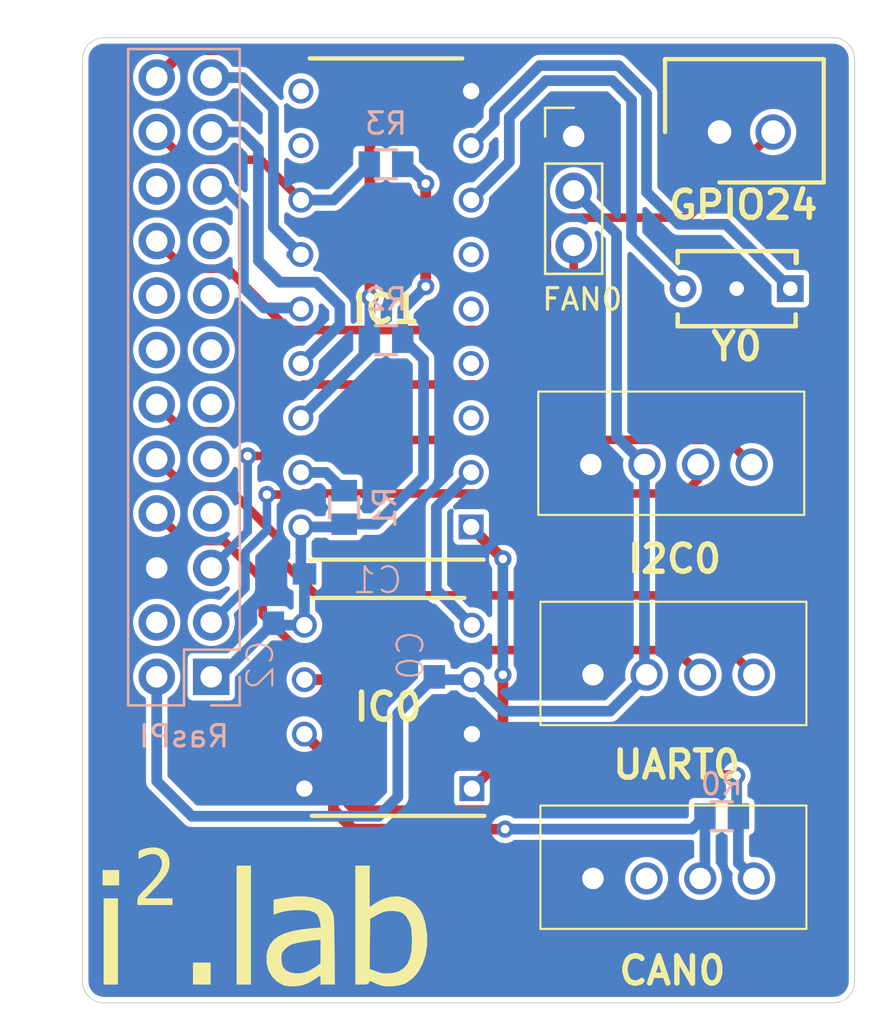
<source format=kicad_pcb>
(kicad_pcb (version 20171130) (host pcbnew "(5.1.12)-1")

  (general
    (thickness 1.6)
    (drawings 8)
    (tracks 186)
    (zones 0)
    (modules 17)
    (nets 39)
  )

  (page A4)
  (layers
    (0 F.Cu signal hide)
    (31 B.Cu signal)
    (32 B.Adhes user)
    (33 F.Adhes user)
    (34 B.Paste user)
    (35 F.Paste user)
    (36 B.SilkS user)
    (37 F.SilkS user)
    (38 B.Mask user)
    (39 F.Mask user)
    (40 Dwgs.User user)
    (41 Cmts.User user)
    (42 Eco1.User user)
    (43 Eco2.User user)
    (44 Edge.Cuts user)
    (45 Margin user)
    (46 B.CrtYd user)
    (47 F.CrtYd user)
    (48 B.Fab user)
    (49 F.Fab user)
  )

  (setup
    (last_trace_width 0.25)
    (user_trace_width 0.4)
    (user_trace_width 0.5)
    (user_trace_width 5)
    (trace_clearance 0.2)
    (zone_clearance 0.25)
    (zone_45_only no)
    (trace_min 0.2)
    (via_size 0.8)
    (via_drill 0.4)
    (via_min_size 0.4)
    (via_min_drill 0.3)
    (user_via 0.8 0.4)
    (uvia_size 0.3)
    (uvia_drill 0.1)
    (uvias_allowed no)
    (uvia_min_size 0.2)
    (uvia_min_drill 0.1)
    (edge_width 0.05)
    (segment_width 0.2)
    (pcb_text_width 0.3)
    (pcb_text_size 1.5 1.5)
    (mod_edge_width 0.12)
    (mod_text_size 1 1)
    (mod_text_width 0.15)
    (pad_size 1.524 1.524)
    (pad_drill 0.762)
    (pad_to_mask_clearance 0)
    (aux_axis_origin 0 0)
    (visible_elements 7FFFFFFF)
    (pcbplotparams
      (layerselection 0x010fc_ffffffff)
      (usegerberextensions false)
      (usegerberattributes true)
      (usegerberadvancedattributes true)
      (creategerberjobfile true)
      (excludeedgelayer true)
      (linewidth 0.100000)
      (plotframeref false)
      (viasonmask false)
      (mode 1)
      (useauxorigin false)
      (hpglpennumber 1)
      (hpglpenspeed 20)
      (hpglpendiameter 15.000000)
      (psnegative false)
      (psa4output false)
      (plotreference true)
      (plotvalue true)
      (plotinvisibletext false)
      (padsonsilk false)
      (subtractmaskfromsilk false)
      (outputformat 1)
      (mirror false)
      (drillshape 0)
      (scaleselection 1)
      (outputdirectory "gerber"))
  )

  (net 0 "")
  (net 1 GND)
  (net 2 +5V)
  (net 3 +3V3)
  (net 4 CAN_H)
  (net 5 CAN_L)
  (net 6 "Net-(IC1-Pad4)")
  (net 7 CE0)
  (net 8 MISO)
  (net 9 MOSI)
  (net 10 CLK)
  (net 11 GPIO25)
  (net 12 +12V)
  (net 13 GPIO24)
  (net 14 GPIO18)
  (net 15 SDL)
  (net 16 SDA)
  (net 17 "Net-(IC0-Pad4)")
  (net 18 "Net-(IC0-Pad1)")
  (net 19 "Net-(IC1-Pad17)")
  (net 20 "Net-(IC1-Pad11)")
  (net 21 "Net-(IC1-Pad10)")
  (net 22 "Net-(IC1-Pad8)")
  (net 23 "Net-(IC1-Pad7)")
  (net 24 "Net-(IC1-Pad6)")
  (net 25 "Net-(IC1-Pad5)")
  (net 26 "Net-(IC1-Pad3)")
  (net 27 "Net-(RasPI1-Pad20)")
  (net 28 "Net-(RasPI1-Pad17)")
  (net 29 "Net-(RasPI1-Pad16)")
  (net 30 "Net-(RasPI1-Pad15)")
  (net 31 "Net-(RasPI1-Pad14)")
  (net 32 "Net-(RasPI1-Pad13)")
  (net 33 "Net-(RasPI1-Pad11)")
  (net 34 RX)
  (net 35 "Net-(RasPI1-Pad9)")
  (net 36 TX)
  (net 37 "Net-(RasPI1-Pad7)")
  (net 38 "Net-(RasPI1-Pad4)")

  (net_class Default "This is the default net class."
    (clearance 0.2)
    (trace_width 0.25)
    (via_dia 0.8)
    (via_drill 0.4)
    (uvia_dia 0.3)
    (uvia_drill 0.1)
    (add_net +12V)
    (add_net +3V3)
    (add_net +5V)
    (add_net CAN_H)
    (add_net CAN_L)
    (add_net CE0)
    (add_net CLK)
    (add_net GND)
    (add_net GPIO18)
    (add_net GPIO24)
    (add_net GPIO25)
    (add_net MISO)
    (add_net MOSI)
    (add_net "Net-(IC0-Pad1)")
    (add_net "Net-(IC0-Pad4)")
    (add_net "Net-(IC1-Pad10)")
    (add_net "Net-(IC1-Pad11)")
    (add_net "Net-(IC1-Pad17)")
    (add_net "Net-(IC1-Pad3)")
    (add_net "Net-(IC1-Pad4)")
    (add_net "Net-(IC1-Pad5)")
    (add_net "Net-(IC1-Pad6)")
    (add_net "Net-(IC1-Pad7)")
    (add_net "Net-(IC1-Pad8)")
    (add_net "Net-(RasPI1-Pad11)")
    (add_net "Net-(RasPI1-Pad13)")
    (add_net "Net-(RasPI1-Pad14)")
    (add_net "Net-(RasPI1-Pad15)")
    (add_net "Net-(RasPI1-Pad16)")
    (add_net "Net-(RasPI1-Pad17)")
    (add_net "Net-(RasPI1-Pad20)")
    (add_net "Net-(RasPI1-Pad4)")
    (add_net "Net-(RasPI1-Pad7)")
    (add_net "Net-(RasPI1-Pad9)")
    (add_net RX)
    (add_net SDA)
    (add_net SDL)
    (add_net TX)
  )

  (module MyLogopretty:i2lab (layer F.Cu) (tedit 0) (tstamp 64CCCE95)
    (at 71 83.4)
    (fp_text reference G*** (at 0 0) (layer F.SilkS) hide
      (effects (font (size 1.524 1.524) (thickness 0.3)))
    )
    (fp_text value LOGO (at 0.75 0) (layer F.SilkS) hide
      (effects (font (size 1.524 1.524) (thickness 0.3)))
    )
    (fp_poly (pts (xy -6.2992 -1.8796) (xy -7.0612 -1.8796) (xy -7.0612 -2.5908) (xy -6.2992 -2.5908)
      (xy -6.2992 -1.8796)) (layer F.SilkS) (width 0.01))
    (fp_poly (pts (xy -4.496856 -3.630514) (xy -4.258403 -3.54425) (xy -4.080765 -3.389779) (xy -3.972596 -3.171848)
      (xy -3.941742 -2.932405) (xy -3.956282 -2.740918) (xy -4.004659 -2.562791) (xy -4.096572 -2.381238)
      (xy -4.241717 -2.179474) (xy -4.449795 -1.940713) (xy -4.616053 -1.7653) (xy -5.095347 -1.27)
      (xy -3.81 -1.27) (xy -3.81 -0.9652) (xy -5.4356 -0.9652) (xy -5.4356 -1.157063)
      (xy -5.427925 -1.254138) (xy -5.395806 -1.342457) (xy -5.325608 -1.442763) (xy -5.203692 -1.5758)
      (xy -5.076573 -1.703163) (xy -4.764655 -2.027659) (xy -4.534762 -2.307161) (xy -4.382341 -2.549845)
      (xy -4.30284 -2.763887) (xy -4.291707 -2.957461) (xy -4.316375 -3.068476) (xy -4.417454 -3.235117)
      (xy -4.578866 -3.328092) (xy -4.788546 -3.345019) (xy -5.034432 -3.283512) (xy -5.147591 -3.23271)
      (xy -5.3848 -3.112619) (xy -5.3848 -3.306942) (xy -5.379654 -3.420477) (xy -5.347996 -3.487627)
      (xy -5.265496 -3.533578) (xy -5.12158 -3.579432) (xy -4.787467 -3.643824) (xy -4.496856 -3.630514)) (layer F.SilkS) (width 0.01))
    (fp_poly (pts (xy -0.1524 2.7432) (xy -0.8128 2.7432) (xy -0.8128 -2.794) (xy -0.1524 -2.794)
      (xy -0.1524 2.7432)) (layer F.SilkS) (width 0.01))
    (fp_poly (pts (xy -2.032 2.7432) (xy -2.8448 2.7432) (xy -2.8448 1.7272) (xy -2.032 1.7272)
      (xy -2.032 2.7432)) (layer F.SilkS) (width 0.01))
    (fp_poly (pts (xy -6.35 2.7432) (xy -7.0104 2.7432) (xy -7.0104 -1.27) (xy -6.35 -1.27)
      (xy -6.35 2.7432)) (layer F.SilkS) (width 0.01))
    (fp_poly (pts (xy 5.3848 -0.861916) (xy 5.643796 -1.040074) (xy 5.997342 -1.234433) (xy 6.357478 -1.341831)
      (xy 6.711021 -1.362476) (xy 7.044792 -1.296572) (xy 7.345609 -1.144329) (xy 7.505574 -1.010859)
      (xy 7.709865 -0.768754) (xy 7.860587 -0.490848) (xy 7.971361 -0.149905) (xy 8.001341 -0.019535)
      (xy 8.067121 0.465254) (xy 8.061011 0.936757) (xy 7.987537 1.382506) (xy 7.851228 1.79003)
      (xy 7.656609 2.14686) (xy 7.408207 2.440527) (xy 7.110549 2.658561) (xy 7.011218 2.707852)
      (xy 6.793909 2.774895) (xy 6.523981 2.816776) (xy 6.246724 2.829568) (xy 6.007431 2.809343)
      (xy 5.960115 2.798994) (xy 5.809185 2.748862) (xy 5.63512 2.675893) (xy 5.593025 2.655768)
      (xy 5.465964 2.595909) (xy 5.401111 2.581565) (xy 5.370275 2.611876) (xy 5.357187 2.648572)
      (xy 5.322416 2.703038) (xy 5.245655 2.731984) (xy 5.101955 2.742533) (xy 5.025776 2.7432)
      (xy 4.7244 2.7432) (xy 4.7244 2.02289) (xy 5.382949 2.02289) (xy 5.599774 2.100356)
      (xy 5.749393 2.153269) (xy 5.866542 2.193762) (xy 5.8928 2.2025) (xy 6.065768 2.229694)
      (xy 6.289591 2.227775) (xy 6.518864 2.200137) (xy 6.708183 2.150171) (xy 6.733101 2.139713)
      (xy 6.96802 1.993819) (xy 7.145013 1.791465) (xy 7.267345 1.524567) (xy 7.338277 1.185041)
      (xy 7.361073 0.764803) (xy 7.358087 0.591076) (xy 7.346026 0.322791) (xy 7.32714 0.128358)
      (xy 7.296509 -0.019953) (xy 7.249209 -0.149872) (xy 7.213089 -0.22596) (xy 7.08276 -0.443999)
      (xy 6.938906 -0.582977) (xy 6.755713 -0.658145) (xy 6.507367 -0.684752) (xy 6.434992 -0.685605)
      (xy 6.226154 -0.679294) (xy 6.067365 -0.652433) (xy 5.911796 -0.592731) (xy 5.7404 -0.503278)
      (xy 5.4102 -0.321145) (xy 5.396574 0.850872) (xy 5.382949 2.02289) (xy 4.7244 2.02289)
      (xy 4.7244 -2.794) (xy 5.3848 -2.794) (xy 5.3848 -0.861916)) (layer F.SilkS) (width 0.01))
    (fp_poly (pts (xy 2.737501 -1.307312) (xy 3.079188 -1.200572) (xy 3.347727 -1.041998) (xy 3.39521 -1.000819)
      (xy 3.496401 -0.883249) (xy 3.600027 -0.728904) (xy 3.624443 -0.6858) (xy 3.654901 -0.624925)
      (xy 3.679292 -0.559911) (xy 3.698427 -0.478969) (xy 3.713121 -0.370309) (xy 3.724187 -0.222139)
      (xy 3.732438 -0.022668) (xy 3.738689 0.239893) (xy 3.743751 0.577336) (xy 3.748439 1.001452)
      (xy 3.749725 1.1303) (xy 3.765651 2.7432) (xy 3.0988 2.7432) (xy 3.0988 2.54)
      (xy 3.092408 2.4127) (xy 3.076443 2.341948) (xy 3.07001 2.3368) (xy 3.014766 2.364511)
      (xy 2.912819 2.433479) (xy 2.87951 2.457997) (xy 2.559921 2.660553) (xy 2.242633 2.779543)
      (xy 1.905 2.826641) (xy 1.674992 2.825627) (xy 1.475659 2.803537) (xy 1.378563 2.778323)
      (xy 1.08146 2.614352) (xy 0.845739 2.380157) (xy 0.678646 2.091486) (xy 0.587426 1.764089)
      (xy 0.58175 1.518657) (xy 1.27 1.518657) (xy 1.284347 1.7028) (xy 1.32072 1.868001)
      (xy 1.343562 1.9253) (xy 1.477289 2.079462) (xy 1.679964 2.18271) (xy 1.93009 2.230412)
      (xy 2.206169 2.217934) (xy 2.434485 2.160381) (xy 2.60505 2.083925) (xy 2.793839 1.976099)
      (xy 2.872671 1.923169) (xy 3.0988 1.760776) (xy 3.0988 0.652313) (xy 2.7559 0.684346)
      (xy 2.51786 0.713136) (xy 2.246762 0.755478) (xy 2.042737 0.793891) (xy 1.822334 0.848598)
      (xy 1.664742 0.914) (xy 1.531441 1.008222) (xy 1.471237 1.062836) (xy 1.352499 1.185408)
      (xy 1.292654 1.28853) (xy 1.271912 1.417028) (xy 1.27 1.518657) (xy 0.58175 1.518657)
      (xy 0.579323 1.413717) (xy 0.630288 1.151689) (xy 0.738924 0.891592) (xy 0.905163 0.674761)
      (xy 1.136254 0.497576) (xy 1.439446 0.356422) (xy 1.82199 0.247681) (xy 2.291133 0.167735)
      (xy 2.685806 0.126042) (xy 3.111012 0.089944) (xy 3.080425 -0.133213) (xy 3.030551 -0.355068)
      (xy 2.942031 -0.517967) (xy 2.80215 -0.629333) (xy 2.598195 -0.696591) (xy 2.317453 -0.727165)
      (xy 2.0574 -0.730593) (xy 1.695158 -0.713153) (xy 1.400569 -0.667709) (xy 1.2319 -0.62162)
      (xy 0.9144 -0.518654) (xy 0.9144 -1.20981) (xy 1.401418 -1.297499) (xy 1.88583 -1.357679)
      (xy 2.335453 -1.360315) (xy 2.737501 -1.307312)) (layer F.SilkS) (width 0.01))
  )

  (module Mypretty:B4B-XH-A_LF__SN (layer F.Cu) (tedit 64A579CE) (tstamp 64CCC250)
    (at 86.8 71.7)
    (descr "B4B-XH-A(LF)(SN)-3")
    (tags Connector)
    (path /64CCFBF7)
    (fp_text reference UART0 (at 3.9 4.2) (layer F.SilkS)
      (effects (font (size 1.27 1.27) (thickness 0.254)))
    )
    (fp_text value Conn_01x04 (at 3.75 -0.525) (layer F.SilkS) hide
      (effects (font (size 1.27 1.27) (thickness 0.254)))
    )
    (fp_line (start -3.45 3.35) (end -3.45 -4.4) (layer F.CrtYd) (width 0.1))
    (fp_line (start 10.95 3.35) (end -3.45 3.35) (layer F.CrtYd) (width 0.1))
    (fp_line (start 10.95 -4.4) (end 10.95 3.35) (layer F.CrtYd) (width 0.1))
    (fp_line (start -3.45 -4.4) (end 10.95 -4.4) (layer F.CrtYd) (width 0.1))
    (fp_line (start -2.45 2.35) (end -2.45 -3.4) (layer F.SilkS) (width 0.1))
    (fp_line (start 9.95 2.35) (end -2.45 2.35) (layer F.SilkS) (width 0.1))
    (fp_line (start 9.95 -3.4) (end 9.95 2.35) (layer F.SilkS) (width 0.1))
    (fp_line (start -2.45 -3.4) (end 9.95 -3.4) (layer F.SilkS) (width 0.1))
    (fp_line (start -2.45 2.35) (end -2.45 -3.4) (layer F.Fab) (width 0.2))
    (fp_line (start 9.95 2.35) (end -2.45 2.35) (layer F.Fab) (width 0.2))
    (fp_line (start 9.95 -3.4) (end 9.95 2.35) (layer F.Fab) (width 0.2))
    (fp_line (start -2.45 -3.4) (end 9.95 -3.4) (layer F.Fab) (width 0.2))
    (fp_text user UART0 (at 4.1 0.1 180) (layer F.SilkS) hide
      (effects (font (size 1.27 1.27) (thickness 0.254)))
    )
    (pad 4 thru_hole circle (at 7.5 0) (size 1.5 1.5) (drill 1) (layers *.Cu *.Mask)
      (net 34 RX))
    (pad 3 thru_hole circle (at 5 0) (size 1.5 1.5) (drill 1) (layers *.Cu *.Mask)
      (net 36 TX))
    (pad 2 thru_hole circle (at 2.5 0) (size 1.5 1.5) (drill 1) (layers *.Cu *.Mask)
      (net 2 +5V))
    (pad 1 thru_hole circle (at 0 0) (size 1.5 1.5) (drill 1) (layers *.Cu *.Mask)
      (net 1 GND))
    (model B4B-XH-A_LF__SN_.stp
      (offset (xyz -43.40999919545833 -21.62999883591657 0))
      (scale (xyz 1 1 1))
      (rotate (xyz -90 0 -180))
    )
    (model C:/Users/kazum/program/libraries/KiCad/3d_data/B4B-XH-A__LF__SN_.stp
      (at (xyz 0 0 0))
      (scale (xyz 1 1 1))
      (rotate (xyz 0 0 0))
    )
  )

  (module Mypretty:B4B-XH-A_LF__SN (layer F.Cu) (tedit 64A579CE) (tstamp 64CCC1AA)
    (at 86.7 61.9)
    (descr "B4B-XH-A(LF)(SN)-3")
    (tags Connector)
    (path /64CBD024)
    (fp_text reference I2C0 (at 3.9 4.4) (layer F.SilkS)
      (effects (font (size 1.27 1.27) (thickness 0.254)))
    )
    (fp_text value Conn_01x04 (at 3.75 -0.525) (layer F.SilkS) hide
      (effects (font (size 1.27 1.27) (thickness 0.254)))
    )
    (fp_line (start -3.45 3.35) (end -3.45 -4.4) (layer F.CrtYd) (width 0.1))
    (fp_line (start 10.95 3.35) (end -3.45 3.35) (layer F.CrtYd) (width 0.1))
    (fp_line (start 10.95 -4.4) (end 10.95 3.35) (layer F.CrtYd) (width 0.1))
    (fp_line (start -3.45 -4.4) (end 10.95 -4.4) (layer F.CrtYd) (width 0.1))
    (fp_line (start -2.45 2.35) (end -2.45 -3.4) (layer F.SilkS) (width 0.1))
    (fp_line (start 9.95 2.35) (end -2.45 2.35) (layer F.SilkS) (width 0.1))
    (fp_line (start 9.95 -3.4) (end 9.95 2.35) (layer F.SilkS) (width 0.1))
    (fp_line (start -2.45 -3.4) (end 9.95 -3.4) (layer F.SilkS) (width 0.1))
    (fp_line (start -2.45 2.35) (end -2.45 -3.4) (layer F.Fab) (width 0.2))
    (fp_line (start 9.95 2.35) (end -2.45 2.35) (layer F.Fab) (width 0.2))
    (fp_line (start 9.95 -3.4) (end 9.95 2.35) (layer F.Fab) (width 0.2))
    (fp_line (start -2.45 -3.4) (end 9.95 -3.4) (layer F.Fab) (width 0.2))
    (fp_text user %R (at 3.75 -0.525) (layer F.Fab)
      (effects (font (size 1.27 1.27) (thickness 0.254)))
    )
    (pad 4 thru_hole circle (at 7.5 0) (size 1.5 1.5) (drill 1) (layers *.Cu *.Mask)
      (net 15 SDL))
    (pad 3 thru_hole circle (at 5 0) (size 1.5 1.5) (drill 1) (layers *.Cu *.Mask)
      (net 16 SDA))
    (pad 2 thru_hole circle (at 2.5 0) (size 1.5 1.5) (drill 1) (layers *.Cu *.Mask)
      (net 2 +5V))
    (pad 1 thru_hole circle (at 0 0) (size 1.5 1.5) (drill 1) (layers *.Cu *.Mask)
      (net 1 GND))
    (model B4B-XH-A_LF__SN_.stp
      (offset (xyz -43.40999919545833 -21.62999883591657 0))
      (scale (xyz 1 1 1))
      (rotate (xyz -90 0 -180))
    )
    (model C:/Users/kazum/program/libraries/KiCad/3d_data/B4B-XH-A__LF__SN_.stp
      (at (xyz 0 0 0))
      (scale (xyz 1 1 1))
      (rotate (xyz 0 0 0))
    )
  )

  (module Connector_PinHeader_2.54mm:PinHeader_1x03_P2.54mm_Vertical (layer F.Cu) (tedit 59FED5CC) (tstamp 64CCC183)
    (at 85.9 46.6)
    (descr "Through hole straight pin header, 1x03, 2.54mm pitch, single row")
    (tags "Through hole pin header THT 1x03 2.54mm single row")
    (path /64CD9352)
    (fp_text reference FAN0 (at 0.4 7.6) (layer F.SilkS)
      (effects (font (size 1 1) (thickness 0.15)))
    )
    (fp_text value Conn_01x03 (at 0 7.41) (layer F.Fab)
      (effects (font (size 1 1) (thickness 0.15)))
    )
    (fp_line (start -0.635 -1.27) (end 1.27 -1.27) (layer F.Fab) (width 0.1))
    (fp_line (start 1.27 -1.27) (end 1.27 6.35) (layer F.Fab) (width 0.1))
    (fp_line (start 1.27 6.35) (end -1.27 6.35) (layer F.Fab) (width 0.1))
    (fp_line (start -1.27 6.35) (end -1.27 -0.635) (layer F.Fab) (width 0.1))
    (fp_line (start -1.27 -0.635) (end -0.635 -1.27) (layer F.Fab) (width 0.1))
    (fp_line (start -1.33 6.41) (end 1.33 6.41) (layer F.SilkS) (width 0.12))
    (fp_line (start -1.33 1.27) (end -1.33 6.41) (layer F.SilkS) (width 0.12))
    (fp_line (start 1.33 1.27) (end 1.33 6.41) (layer F.SilkS) (width 0.12))
    (fp_line (start -1.33 1.27) (end 1.33 1.27) (layer F.SilkS) (width 0.12))
    (fp_line (start -1.33 0) (end -1.33 -1.33) (layer F.SilkS) (width 0.12))
    (fp_line (start -1.33 -1.33) (end 0 -1.33) (layer F.SilkS) (width 0.12))
    (fp_line (start -1.8 -1.8) (end -1.8 6.85) (layer F.CrtYd) (width 0.05))
    (fp_line (start -1.8 6.85) (end 1.8 6.85) (layer F.CrtYd) (width 0.05))
    (fp_line (start 1.8 6.85) (end 1.8 -1.8) (layer F.CrtYd) (width 0.05))
    (fp_line (start 1.8 -1.8) (end -1.8 -1.8) (layer F.CrtYd) (width 0.05))
    (fp_text user %R (at 0 2.54 90) (layer F.Fab)
      (effects (font (size 1 1) (thickness 0.15)))
    )
    (pad 3 thru_hole oval (at 0 5.08) (size 1.7 1.7) (drill 1) (layers *.Cu *.Mask)
      (net 14 GPIO18))
    (pad 2 thru_hole oval (at 0 2.54) (size 1.7 1.7) (drill 1) (layers *.Cu *.Mask)
      (net 2 +5V))
    (pad 1 thru_hole rect (at 0 0) (size 1.7 1.7) (drill 1) (layers *.Cu *.Mask)
      (net 1 GND))
    (model ${KISYS3DMOD}/Connector_PinHeader_2.54mm.3dshapes/PinHeader_1x03_P2.54mm_Vertical.wrl
      (at (xyz 0 0 0))
      (scale (xyz 1 1 1))
      (rotate (xyz 0 0 0))
    )
  )

  (module Mypretty:CSTLS20M0X51B0 (layer F.Cu) (tedit 64A5780D) (tstamp 64A5955A)
    (at 96 53.7)
    (descr CSTLS20M0X51-B0-3)
    (tags "Crystal or Oscillator")
    (path /64A4DAC7)
    (fp_text reference Y0 (at -2.5 2.7) (layer F.SilkS)
      (effects (font (size 1.27 1.27) (thickness 0.254)))
    )
    (fp_text value CSTLS20M0X51-B0 (at -2.5 0) (layer F.SilkS) hide
      (effects (font (size 1.27 1.27) (thickness 0.254)))
    )
    (fp_line (start 0.25 1.2) (end 0.25 1.75) (layer F.SilkS) (width 0.2))
    (fp_line (start 0.25 1.2) (end 0.25 1.2) (layer F.SilkS) (width 0.2))
    (fp_line (start 0.25 1.75) (end 0.25 1.2) (layer F.SilkS) (width 0.2))
    (fp_line (start 0.25 1.75) (end 0.25 1.75) (layer F.SilkS) (width 0.2))
    (fp_line (start -5.25 1.75) (end -5.25 1.2) (layer F.SilkS) (width 0.2))
    (fp_line (start -5.25 1.75) (end -5.25 1.75) (layer F.SilkS) (width 0.2))
    (fp_line (start -5.25 1.2) (end -5.25 1.75) (layer F.SilkS) (width 0.2))
    (fp_line (start -5.25 1.2) (end -5.25 1.2) (layer F.SilkS) (width 0.2))
    (fp_line (start -5.25 -1.75) (end -5.25 -1.2) (layer F.SilkS) (width 0.2))
    (fp_line (start -5.25 -1.75) (end -5.25 -1.75) (layer F.SilkS) (width 0.2))
    (fp_line (start -5.25 -1.2) (end -5.25 -1.75) (layer F.SilkS) (width 0.2))
    (fp_line (start -5.25 -1.2) (end -5.25 -1.2) (layer F.SilkS) (width 0.2))
    (fp_line (start -5.25 1.75) (end -5.25 1.75) (layer F.SilkS) (width 0.2))
    (fp_line (start 0.25 1.75) (end -5.25 1.75) (layer F.SilkS) (width 0.2))
    (fp_line (start 0.25 1.75) (end 0.25 1.75) (layer F.SilkS) (width 0.2))
    (fp_line (start -5.25 1.75) (end 0.25 1.75) (layer F.SilkS) (width 0.2))
    (fp_line (start 0.25 -1.2) (end 0.25 -1.75) (layer F.SilkS) (width 0.2))
    (fp_line (start 0.3 -1.2) (end 0.25 -1.2) (layer F.SilkS) (width 0.2))
    (fp_line (start 0.3 -1.75) (end 0.3 -1.2) (layer F.SilkS) (width 0.2))
    (fp_line (start 0.25 -1.75) (end 0.3 -1.75) (layer F.SilkS) (width 0.2))
    (fp_line (start -5.25 -1.75) (end -5.25 -1.75) (layer F.SilkS) (width 0.2))
    (fp_line (start 0.25 -1.75) (end -5.25 -1.75) (layer F.SilkS) (width 0.2))
    (fp_line (start 0.25 -1.75) (end 0.25 -1.75) (layer F.SilkS) (width 0.2))
    (fp_line (start -5.25 -1.75) (end 0.25 -1.75) (layer F.SilkS) (width 0.2))
    (fp_line (start -6.623 2.75) (end -6.623 -2.75) (layer F.CrtYd) (width 0.1))
    (fp_line (start 1.623 2.75) (end -6.623 2.75) (layer F.CrtYd) (width 0.1))
    (fp_line (start 1.623 -2.75) (end 1.623 2.75) (layer F.CrtYd) (width 0.1))
    (fp_line (start -6.623 -2.75) (end 1.623 -2.75) (layer F.CrtYd) (width 0.1))
    (fp_line (start -5.25 -1.75) (end -5.25 1.75) (layer F.Fab) (width 0.1))
    (fp_line (start 0.25 -1.75) (end -5.25 -1.75) (layer F.Fab) (width 0.1))
    (fp_line (start 0.25 1.75) (end 0.25 -1.75) (layer F.Fab) (width 0.1))
    (fp_line (start -5.25 1.75) (end 0.25 1.75) (layer F.Fab) (width 0.1))
    (fp_text user %R (at -2.5 0) (layer F.Fab)
      (effects (font (size 1.27 1.27) (thickness 0.254)))
    )
    (pad 3 thru_hole circle (at -5 0) (size 1.247 1.247) (drill 0.68) (layers *.Cu *.Mask)
      (net 23 "Net-(IC1-Pad7)"))
    (pad 2 thru_hole circle (at -2.5 0) (size 1.247 1.247) (drill 0.68) (layers *.Cu *.Mask)
      (net 1 GND))
    (pad 1 thru_hole rect (at 0 0) (size 1.247 1.247) (drill 0.68) (layers *.Cu *.Mask)
      (net 22 "Net-(IC1-Pad8)"))
    (model CSTLS20M0X51-B0.stp
      (at (xyz 0 0 0))
      (scale (xyz 1 1 1))
      (rotate (xyz 0 0 0))
    )
    (model C:/Users/kazum/program/libraries/KiCad/3d_data/CSTLS20M0X51-B0.stp
      (at (xyz 0 0 0))
      (scale (xyz 1 1 1))
      (rotate (xyz 0 0 0))
    )
  )

  (module Mypretty:R_1608 (layer B.Cu) (tedit 64A57B6E) (tstamp 64A441E0)
    (at 77.15 47.9 180)
    (descr "Resistor SMD 0603, reflow soldering, Vishay (see dcrcw.pdf)")
    (tags "resistor 0603")
    (path /64A58337)
    (attr smd)
    (fp_text reference R3 (at 0 -1.9 180) (layer B.Fab)
      (effects (font (size 1 1) (thickness 0.15)) (justify mirror))
    )
    (fp_text value R3 (at 0 1.9 180) (layer B.SilkS)
      (effects (font (size 1 1) (thickness 0.15)) (justify mirror))
    )
    (fp_line (start -1.3 0.8) (end 1.3 0.8) (layer B.CrtYd) (width 0.05))
    (fp_line (start -1.3 -0.8) (end 1.3 -0.8) (layer B.CrtYd) (width 0.05))
    (fp_line (start -1.3 0.8) (end -1.3 -0.8) (layer B.CrtYd) (width 0.05))
    (fp_line (start 1.3 0.8) (end 1.3 -0.8) (layer B.CrtYd) (width 0.05))
    (fp_line (start 0.5 -0.675) (end -0.5 -0.675) (layer B.SilkS) (width 0.15))
    (fp_line (start -0.5 0.675) (end 0.5 0.675) (layer B.SilkS) (width 0.15))
    (pad 2 smd rect (at 0.78 0 180) (size 1 1.2) (layers B.Cu B.Paste B.Mask)
      (net 11 GPIO25))
    (pad 1 smd rect (at -0.78 0 180) (size 1 1.2) (layers B.Cu B.Paste B.Mask)
      (net 3 +3V3))
    (model Resistors_SMD.3dshapes/R_0603.wrl
      (at (xyz 0 0 0))
      (scale (xyz 1 1 1))
      (rotate (xyz 0 0 0))
    )
    (model ${KISYS3DMOD}/Resistor_SMD.3dshapes/R_0603_1608Metric.step
      (at (xyz 0 0 0))
      (scale (xyz 1 1 1))
      (rotate (xyz 0 0 0))
    )
  )

  (module Mypretty:R_1608 (layer B.Cu) (tedit 64A57B6E) (tstamp 64A44C7A)
    (at 77.15 56.1 180)
    (descr "Resistor SMD 0603, reflow soldering, Vishay (see dcrcw.pdf)")
    (tags "resistor 0603")
    (path /64A595A6)
    (attr smd)
    (fp_text reference R2 (at 0 -1.9 180) (layer B.Fab)
      (effects (font (size 1 1) (thickness 0.15)) (justify mirror))
    )
    (fp_text value R2 (at 0 1.9 180) (layer B.SilkS)
      (effects (font (size 1 1) (thickness 0.15)) (justify mirror))
    )
    (fp_line (start -1.3 0.8) (end 1.3 0.8) (layer B.CrtYd) (width 0.05))
    (fp_line (start -1.3 -0.8) (end 1.3 -0.8) (layer B.CrtYd) (width 0.05))
    (fp_line (start -1.3 0.8) (end -1.3 -0.8) (layer B.CrtYd) (width 0.05))
    (fp_line (start 1.3 0.8) (end 1.3 -0.8) (layer B.CrtYd) (width 0.05))
    (fp_line (start 0.5 -0.675) (end -0.5 -0.675) (layer B.SilkS) (width 0.15))
    (fp_line (start -0.5 0.675) (end 0.5 0.675) (layer B.SilkS) (width 0.15))
    (pad 2 smd rect (at 0.78 0 180) (size 1 1.2) (layers B.Cu B.Paste B.Mask)
      (net 7 CE0))
    (pad 1 smd rect (at -0.78 0 180) (size 1 1.2) (layers B.Cu B.Paste B.Mask)
      (net 3 +3V3))
    (model Resistors_SMD.3dshapes/R_0603.wrl
      (at (xyz 0 0 0))
      (scale (xyz 1 1 1))
      (rotate (xyz 0 0 0))
    )
    (model ${KISYS3DMOD}/Resistor_SMD.3dshapes/R_0603_1608Metric.step
      (at (xyz 0 0 0))
      (scale (xyz 1 1 1))
      (rotate (xyz 0 0 0))
    )
  )

  (module Mypretty:R_1608 (layer B.Cu) (tedit 64A57B6E) (tstamp 64A441C8)
    (at 75.2 63.9 90)
    (descr "Resistor SMD 0603, reflow soldering, Vishay (see dcrcw.pdf)")
    (tags "resistor 0603")
    (path /64A59AA5)
    (attr smd)
    (fp_text reference R1 (at 0 -1.9 270) (layer B.Fab)
      (effects (font (size 1 1) (thickness 0.15)) (justify mirror))
    )
    (fp_text value R1 (at 0 1.9 270) (layer B.SilkS)
      (effects (font (size 1 1) (thickness 0.15)) (justify mirror))
    )
    (fp_line (start -1.3 0.8) (end 1.3 0.8) (layer B.CrtYd) (width 0.05))
    (fp_line (start -1.3 -0.8) (end 1.3 -0.8) (layer B.CrtYd) (width 0.05))
    (fp_line (start -1.3 0.8) (end -1.3 -0.8) (layer B.CrtYd) (width 0.05))
    (fp_line (start 1.3 0.8) (end 1.3 -0.8) (layer B.CrtYd) (width 0.05))
    (fp_line (start 0.5 -0.675) (end -0.5 -0.675) (layer B.SilkS) (width 0.15))
    (fp_line (start -0.5 0.675) (end 0.5 0.675) (layer B.SilkS) (width 0.15))
    (pad 2 smd rect (at 0.78 0 90) (size 1 1.2) (layers B.Cu B.Paste B.Mask)
      (net 19 "Net-(IC1-Pad17)"))
    (pad 1 smd rect (at -0.78 0 90) (size 1 1.2) (layers B.Cu B.Paste B.Mask)
      (net 3 +3V3))
    (model Resistors_SMD.3dshapes/R_0603.wrl
      (at (xyz 0 0 0))
      (scale (xyz 1 1 1))
      (rotate (xyz 0 0 0))
    )
    (model ${KISYS3DMOD}/Resistor_SMD.3dshapes/R_0603_1608Metric.step
      (at (xyz 0 0 0))
      (scale (xyz 1 1 1))
      (rotate (xyz 0 0 0))
    )
  )

  (module Mypretty:R_1608 (layer B.Cu) (tedit 64A57B6E) (tstamp 64A592EE)
    (at 92.8 78.3)
    (descr "Resistor SMD 0603, reflow soldering, Vishay (see dcrcw.pdf)")
    (tags "resistor 0603")
    (path /64A765DF)
    (attr smd)
    (fp_text reference R0 (at 0 -1.9 180) (layer B.Fab)
      (effects (font (size 1 1) (thickness 0.15)) (justify mirror))
    )
    (fp_text value R0 (at 0 -1.5 180) (layer B.SilkS)
      (effects (font (size 1 1) (thickness 0.15)) (justify mirror))
    )
    (fp_line (start -1.3 0.8) (end 1.3 0.8) (layer B.CrtYd) (width 0.05))
    (fp_line (start -1.3 -0.8) (end 1.3 -0.8) (layer B.CrtYd) (width 0.05))
    (fp_line (start -1.3 0.8) (end -1.3 -0.8) (layer B.CrtYd) (width 0.05))
    (fp_line (start 1.3 0.8) (end 1.3 -0.8) (layer B.CrtYd) (width 0.05))
    (fp_line (start 0.5 -0.675) (end -0.5 -0.675) (layer B.SilkS) (width 0.15))
    (fp_line (start -0.5 0.675) (end 0.5 0.675) (layer B.SilkS) (width 0.15))
    (pad 2 smd rect (at 0.78 0) (size 1 1.2) (layers B.Cu B.Paste B.Mask)
      (net 5 CAN_L))
    (pad 1 smd rect (at -0.78 0) (size 1 1.2) (layers B.Cu B.Paste B.Mask)
      (net 4 CAN_H))
    (model Resistors_SMD.3dshapes/R_0603.wrl
      (at (xyz 0 0 0))
      (scale (xyz 1 1 1))
      (rotate (xyz 0 0 0))
    )
    (model ${KISYS3DMOD}/Resistor_SMD.3dshapes/R_0603_1608Metric.step
      (at (xyz 0 0 0))
      (scale (xyz 1 1 1))
      (rotate (xyz 0 0 0))
    )
  )

  (module Mypretty:B2B-XH-A_LF__SN_ (layer F.Cu) (tedit 64A57664) (tstamp 64A4419C)
    (at 92.7 46.4)
    (descr "B2B-XH-A(LF)(SN)")
    (tags Connector)
    (path /64A7FF15)
    (fp_text reference GPIO24 (at 1.1 3.4) (layer F.SilkS)
      (effects (font (size 1.27 1.27) (thickness 0.254)))
    )
    (fp_text value Conn_01x02 (at 0 0) (layer F.SilkS) hide
      (effects (font (size 1.27 1.27) (thickness 0.254)))
    )
    (fp_line (start -2.54 -3.4) (end -2.54 0) (layer F.SilkS) (width 0.2))
    (fp_line (start 4.86 -3.4) (end -2.54 -3.4) (layer F.SilkS) (width 0.2))
    (fp_line (start 4.86 2.35) (end 4.86 -3.4) (layer F.SilkS) (width 0.2))
    (fp_line (start 0 2.35) (end 4.86 2.35) (layer F.SilkS) (width 0.2))
    (fp_line (start 4.86 2.35) (end -2.54 2.35) (layer F.Fab) (width 0.1))
    (fp_line (start 4.86 -3.4) (end 4.86 2.35) (layer F.Fab) (width 0.1))
    (fp_line (start -2.54 -3.4) (end 4.86 -3.4) (layer F.Fab) (width 0.1))
    (fp_line (start -2.54 2.35) (end -2.54 -3.4) (layer F.Fab) (width 0.1))
    (fp_line (start 5.11 2.6) (end -2.79 2.6) (layer F.CrtYd) (width 0.05))
    (fp_line (start 5.11 -3.65) (end 5.11 2.6) (layer F.CrtYd) (width 0.05))
    (fp_line (start -2.79 -3.65) (end 5.11 -3.65) (layer F.CrtYd) (width 0.05))
    (fp_line (start -2.79 2.6) (end -2.79 -3.65) (layer F.CrtYd) (width 0.05))
    (fp_text user %R (at 0 0) (layer F.Fab)
      (effects (font (size 1.27 1.27) (thickness 0.254)))
    )
    (pad 2 thru_hole circle (at 2.5 0) (size 1.65 1.65) (drill 1.1) (layers *.Cu *.Mask)
      (net 13 GPIO24))
    (pad 1 thru_hole rect (at 0 0) (size 1.65 1.65) (drill 1.1) (layers *.Cu *.Mask)
      (net 1 GND))
    (model B2B-XH-A_LF__SN_.stp
      (at (xyz 0 0 0))
      (scale (xyz 1 1 1))
      (rotate (xyz 0 0 0))
    )
    (model C:/Users/kazum/program/libraries/KiCad/3d_data/B2B-XH-A_LF__SN_.stp
      (at (xyz 0 0 0))
      (scale (xyz 1 1 1))
      (rotate (xyz 0 0 0))
    )
  )

  (module Connector_PinSocket_2.54mm:PinSocket_2x12_P2.54mm_Vertical (layer B.Cu) (tedit 5A19A41B) (tstamp 64CCCC34)
    (at 69 71.8)
    (descr "Through hole straight socket strip, 2x12, 2.54mm pitch, double cols (from Kicad 4.0.7), script generated")
    (tags "Through hole socket strip THT 2x12 2.54mm double row")
    (path /64A40FF5)
    (fp_text reference RasPI (at -1.27 2.77) (layer B.SilkS)
      (effects (font (size 1 1) (thickness 0.15)) (justify mirror))
    )
    (fp_text value Conn_02x12_Odd_Even (at -1.27 -30.71) (layer B.Fab)
      (effects (font (size 1 1) (thickness 0.15)) (justify mirror))
    )
    (fp_line (start -3.81 1.27) (end 0.27 1.27) (layer B.Fab) (width 0.1))
    (fp_line (start 0.27 1.27) (end 1.27 0.27) (layer B.Fab) (width 0.1))
    (fp_line (start 1.27 0.27) (end 1.27 -29.21) (layer B.Fab) (width 0.1))
    (fp_line (start 1.27 -29.21) (end -3.81 -29.21) (layer B.Fab) (width 0.1))
    (fp_line (start -3.81 -29.21) (end -3.81 1.27) (layer B.Fab) (width 0.1))
    (fp_line (start -3.87 1.33) (end -1.27 1.33) (layer B.SilkS) (width 0.12))
    (fp_line (start -3.87 1.33) (end -3.87 -29.27) (layer B.SilkS) (width 0.12))
    (fp_line (start -3.87 -29.27) (end 1.33 -29.27) (layer B.SilkS) (width 0.12))
    (fp_line (start 1.33 -1.27) (end 1.33 -29.27) (layer B.SilkS) (width 0.12))
    (fp_line (start -1.27 -1.27) (end 1.33 -1.27) (layer B.SilkS) (width 0.12))
    (fp_line (start -1.27 1.33) (end -1.27 -1.27) (layer B.SilkS) (width 0.12))
    (fp_line (start 1.33 1.33) (end 1.33 0) (layer B.SilkS) (width 0.12))
    (fp_line (start 0 1.33) (end 1.33 1.33) (layer B.SilkS) (width 0.12))
    (fp_line (start -4.34 1.8) (end 1.76 1.8) (layer B.CrtYd) (width 0.05))
    (fp_line (start 1.76 1.8) (end 1.76 -29.7) (layer B.CrtYd) (width 0.05))
    (fp_line (start 1.76 -29.7) (end -4.34 -29.7) (layer B.CrtYd) (width 0.05))
    (fp_line (start -4.34 -29.7) (end -4.34 1.8) (layer B.CrtYd) (width 0.05))
    (fp_text user %R (at -1.27 -13.97 -90) (layer B.Fab)
      (effects (font (size 1 1) (thickness 0.15)) (justify mirror))
    )
    (pad 24 thru_hole oval (at -2.54 -27.94) (size 1.7 1.7) (drill 1) (layers *.Cu *.Mask)
      (net 7 CE0))
    (pad 23 thru_hole oval (at 0 -27.94) (size 1.7 1.7) (drill 1) (layers *.Cu *.Mask)
      (net 10 CLK))
    (pad 22 thru_hole oval (at -2.54 -25.4) (size 1.7 1.7) (drill 1) (layers *.Cu *.Mask)
      (net 11 GPIO25))
    (pad 21 thru_hole oval (at 0 -25.4) (size 1.7 1.7) (drill 1) (layers *.Cu *.Mask)
      (net 8 MISO))
    (pad 20 thru_hole oval (at -2.54 -22.86) (size 1.7 1.7) (drill 1) (layers *.Cu *.Mask)
      (net 27 "Net-(RasPI1-Pad20)"))
    (pad 19 thru_hole oval (at 0 -22.86) (size 1.7 1.7) (drill 1) (layers *.Cu *.Mask)
      (net 9 MOSI))
    (pad 18 thru_hole oval (at -2.54 -20.32) (size 1.7 1.7) (drill 1) (layers *.Cu *.Mask)
      (net 13 GPIO24))
    (pad 17 thru_hole oval (at 0 -20.32) (size 1.7 1.7) (drill 1) (layers *.Cu *.Mask)
      (net 28 "Net-(RasPI1-Pad17)"))
    (pad 16 thru_hole oval (at -2.54 -17.78) (size 1.7 1.7) (drill 1) (layers *.Cu *.Mask)
      (net 29 "Net-(RasPI1-Pad16)"))
    (pad 15 thru_hole oval (at 0 -17.78) (size 1.7 1.7) (drill 1) (layers *.Cu *.Mask)
      (net 30 "Net-(RasPI1-Pad15)"))
    (pad 14 thru_hole oval (at -2.54 -15.24) (size 1.7 1.7) (drill 1) (layers *.Cu *.Mask)
      (net 31 "Net-(RasPI1-Pad14)"))
    (pad 13 thru_hole oval (at 0 -15.24) (size 1.7 1.7) (drill 1) (layers *.Cu *.Mask)
      (net 32 "Net-(RasPI1-Pad13)"))
    (pad 12 thru_hole oval (at -2.54 -12.7) (size 1.7 1.7) (drill 1) (layers *.Cu *.Mask)
      (net 14 GPIO18))
    (pad 11 thru_hole oval (at 0 -12.7) (size 1.7 1.7) (drill 1) (layers *.Cu *.Mask)
      (net 33 "Net-(RasPI1-Pad11)"))
    (pad 10 thru_hole oval (at -2.54 -10.16) (size 1.7 1.7) (drill 1) (layers *.Cu *.Mask)
      (net 34 RX))
    (pad 9 thru_hole oval (at 0 -10.16) (size 1.7 1.7) (drill 1) (layers *.Cu *.Mask)
      (net 35 "Net-(RasPI1-Pad9)"))
    (pad 8 thru_hole oval (at -2.54 -7.62) (size 1.7 1.7) (drill 1) (layers *.Cu *.Mask)
      (net 36 TX))
    (pad 7 thru_hole oval (at 0 -7.62) (size 1.7 1.7) (drill 1) (layers *.Cu *.Mask)
      (net 37 "Net-(RasPI1-Pad7)"))
    (pad 6 thru_hole oval (at -2.54 -5.08) (size 1.7 1.7) (drill 1) (layers *.Cu *.Mask)
      (net 1 GND))
    (pad 5 thru_hole oval (at 0 -5.08) (size 1.7 1.7) (drill 1) (layers *.Cu *.Mask)
      (net 15 SDL))
    (pad 4 thru_hole oval (at -2.54 -2.54) (size 1.7 1.7) (drill 1) (layers *.Cu *.Mask)
      (net 38 "Net-(RasPI1-Pad4)"))
    (pad 3 thru_hole oval (at 0 -2.54) (size 1.7 1.7) (drill 1) (layers *.Cu *.Mask)
      (net 16 SDA))
    (pad 2 thru_hole oval (at -2.54 0) (size 1.7 1.7) (drill 1) (layers *.Cu *.Mask)
      (net 2 +5V))
    (pad 1 thru_hole rect (at 0 0) (size 1.7 1.7) (drill 1) (layers *.Cu *.Mask)
      (net 3 +3V3))
    (model ${KISYS3DMOD}/Connector_PinSocket_2.54mm.3dshapes/PinSocket_2x12_P2.54mm_Vertical.wrl
      (at (xyz 0 0 0))
      (scale (xyz 1 1 1))
      (rotate (xyz 0 0 0))
    )
  )

  (module Mypretty:B4B-XH-A_LF__SN (layer F.Cu) (tedit 64A579CE) (tstamp 64A593E1)
    (at 86.8 81.2)
    (descr "B4B-XH-A(LF)(SN)-3")
    (tags Connector)
    (path /64A44932)
    (fp_text reference CAN0 (at 3.7 4.3) (layer F.SilkS)
      (effects (font (size 1.27 1.27) (thickness 0.254)))
    )
    (fp_text value Conn_01x04 (at 3.75 -0.525) (layer F.SilkS) hide
      (effects (font (size 1.27 1.27) (thickness 0.254)))
    )
    (fp_line (start -3.45 3.35) (end -3.45 -4.4) (layer F.CrtYd) (width 0.1))
    (fp_line (start 10.95 3.35) (end -3.45 3.35) (layer F.CrtYd) (width 0.1))
    (fp_line (start 10.95 -4.4) (end 10.95 3.35) (layer F.CrtYd) (width 0.1))
    (fp_line (start -3.45 -4.4) (end 10.95 -4.4) (layer F.CrtYd) (width 0.1))
    (fp_line (start -2.45 2.35) (end -2.45 -3.4) (layer F.SilkS) (width 0.1))
    (fp_line (start 9.95 2.35) (end -2.45 2.35) (layer F.SilkS) (width 0.1))
    (fp_line (start 9.95 -3.4) (end 9.95 2.35) (layer F.SilkS) (width 0.1))
    (fp_line (start -2.45 -3.4) (end 9.95 -3.4) (layer F.SilkS) (width 0.1))
    (fp_line (start -2.45 2.35) (end -2.45 -3.4) (layer F.Fab) (width 0.2))
    (fp_line (start 9.95 2.35) (end -2.45 2.35) (layer F.Fab) (width 0.2))
    (fp_line (start 9.95 -3.4) (end 9.95 2.35) (layer F.Fab) (width 0.2))
    (fp_line (start -2.45 -3.4) (end 9.95 -3.4) (layer F.Fab) (width 0.2))
    (fp_text user %R (at 3.75 -0.525) (layer F.Fab)
      (effects (font (size 1.27 1.27) (thickness 0.254)))
    )
    (pad 4 thru_hole circle (at 7.5 0) (size 1.5 1.5) (drill 1) (layers *.Cu *.Mask)
      (net 5 CAN_L))
    (pad 3 thru_hole circle (at 5 0) (size 1.5 1.5) (drill 1) (layers *.Cu *.Mask)
      (net 4 CAN_H))
    (pad 2 thru_hole circle (at 2.5 0) (size 1.5 1.5) (drill 1) (layers *.Cu *.Mask)
      (net 12 +12V))
    (pad 1 thru_hole circle (at 0 0) (size 1.5 1.5) (drill 1) (layers *.Cu *.Mask)
      (net 1 GND))
    (model B4B-XH-A_LF__SN_.stp
      (offset (xyz -43.40999919545833 -21.62999883591657 0))
      (scale (xyz 1 1 1))
      (rotate (xyz -90 0 -180))
    )
    (model C:/Users/kazum/program/libraries/KiCad/3d_data/B4B-XH-A__LF__SN_.stp
      (at (xyz 0 0 0))
      (scale (xyz 1 1 1))
      (rotate (xyz 0 0 0))
    )
  )

  (module Mypretty:MCP2515-I_P (layer F.Cu) (tedit 64A57839) (tstamp 64A44146)
    (at 77.15 54.65 180)
    (descr MCP2515-I/P)
    (tags "Integrated Circuit")
    (path /64A47FFA)
    (fp_text reference IC1 (at 0 0) (layer F.SilkS)
      (effects (font (size 1.27 1.27) (thickness 0.254)))
    )
    (fp_text value MCP2515-I_P (at 0 0) (layer F.SilkS) hide
      (effects (font (size 1.27 1.27) (thickness 0.254)))
    )
    (fp_line (start -3.556 11.684) (end 3.556 11.684) (layer F.SilkS) (width 0.2))
    (fp_line (start -4.548 -11.684) (end 3.556 -11.684) (layer F.SilkS) (width 0.2))
    (fp_line (start -3.556 -10.414) (end -2.286 -11.684) (layer F.Fab) (width 0.1))
    (fp_line (start -3.556 11.684) (end -3.556 -11.684) (layer F.Fab) (width 0.1))
    (fp_line (start 3.556 11.684) (end -3.556 11.684) (layer F.Fab) (width 0.1))
    (fp_line (start 3.556 -11.684) (end 3.556 11.684) (layer F.Fab) (width 0.1))
    (fp_line (start -3.556 -11.684) (end 3.556 -11.684) (layer F.Fab) (width 0.1))
    (fp_line (start -4.957 11.934) (end -4.957 -11.934) (layer F.CrtYd) (width 0.05))
    (fp_line (start 4.957 11.934) (end -4.957 11.934) (layer F.CrtYd) (width 0.05))
    (fp_line (start 4.957 -11.934) (end 4.957 11.934) (layer F.CrtYd) (width 0.05))
    (fp_line (start -4.957 -11.934) (end 4.957 -11.934) (layer F.CrtYd) (width 0.05))
    (fp_text user %R (at 0 0) (layer F.Fab)
      (effects (font (size 1.27 1.27) (thickness 0.254)))
    )
    (pad 18 thru_hole circle (at 3.969 -10.16 180) (size 1.159 1.159) (drill 0.759) (layers *.Cu *.Mask)
      (net 3 +3V3))
    (pad 17 thru_hole circle (at 3.969 -7.62 180) (size 1.159 1.159) (drill 0.759) (layers *.Cu *.Mask)
      (net 19 "Net-(IC1-Pad17)"))
    (pad 16 thru_hole circle (at 3.969 -5.08 180) (size 1.159 1.159) (drill 0.759) (layers *.Cu *.Mask)
      (net 7 CE0))
    (pad 15 thru_hole circle (at 3.969 -2.54 180) (size 1.159 1.159) (drill 0.759) (layers *.Cu *.Mask)
      (net 8 MISO))
    (pad 14 thru_hole circle (at 3.969 0 180) (size 1.159 1.159) (drill 0.759) (layers *.Cu *.Mask)
      (net 9 MOSI))
    (pad 13 thru_hole circle (at 3.969 2.54 180) (size 1.159 1.159) (drill 0.759) (layers *.Cu *.Mask)
      (net 10 CLK))
    (pad 12 thru_hole circle (at 3.969 5.08 180) (size 1.159 1.159) (drill 0.759) (layers *.Cu *.Mask)
      (net 11 GPIO25))
    (pad 11 thru_hole circle (at 3.969 7.62 180) (size 1.159 1.159) (drill 0.759) (layers *.Cu *.Mask)
      (net 20 "Net-(IC1-Pad11)"))
    (pad 10 thru_hole circle (at 3.969 10.16 180) (size 1.159 1.159) (drill 0.759) (layers *.Cu *.Mask)
      (net 21 "Net-(IC1-Pad10)"))
    (pad 9 thru_hole circle (at -3.969 10.16 180) (size 1.159 1.159) (drill 0.759) (layers *.Cu *.Mask)
      (net 1 GND))
    (pad 8 thru_hole circle (at -3.969 7.62 180) (size 1.159 1.159) (drill 0.759) (layers *.Cu *.Mask)
      (net 22 "Net-(IC1-Pad8)"))
    (pad 7 thru_hole circle (at -3.969 5.08 180) (size 1.159 1.159) (drill 0.759) (layers *.Cu *.Mask)
      (net 23 "Net-(IC1-Pad7)"))
    (pad 6 thru_hole circle (at -3.969 2.54 180) (size 1.159 1.159) (drill 0.759) (layers *.Cu *.Mask)
      (net 24 "Net-(IC1-Pad6)"))
    (pad 5 thru_hole circle (at -3.969 0 180) (size 1.159 1.159) (drill 0.759) (layers *.Cu *.Mask)
      (net 25 "Net-(IC1-Pad5)"))
    (pad 4 thru_hole circle (at -3.969 -2.54 180) (size 1.159 1.159) (drill 0.759) (layers *.Cu *.Mask)
      (net 6 "Net-(IC1-Pad4)"))
    (pad 3 thru_hole circle (at -3.969 -5.08 180) (size 1.159 1.159) (drill 0.759) (layers *.Cu *.Mask)
      (net 26 "Net-(IC1-Pad3)"))
    (pad 2 thru_hole circle (at -3.969 -7.62 180) (size 1.159 1.159) (drill 0.759) (layers *.Cu *.Mask)
      (net 17 "Net-(IC0-Pad4)"))
    (pad 1 thru_hole rect (at -3.969 -10.16 180) (size 1.159 1.159) (drill 0.759) (layers *.Cu *.Mask)
      (net 18 "Net-(IC0-Pad1)"))
    (model MCP2515-I_P.stp
      (at (xyz 0 0 0))
      (scale (xyz 1 1 1))
      (rotate (xyz 0 0 0))
    )
    (model C:/Users/kazum/program/libraries/KiCad/3d_data/MCP2515-I_P.stp
      (at (xyz 0 0 0))
      (scale (xyz 1 1 1))
      (rotate (xyz 0 0 0))
    )
  )

  (module Mypretty:MCP2562FD-E_P (layer F.Cu) (tedit 64A5784F) (tstamp 64A44124)
    (at 77.25 73.2 180)
    (descr PDIP)
    (tags "Integrated Circuit")
    (path /64A4CC84)
    (fp_text reference IC0 (at 0 0) (layer F.SilkS)
      (effects (font (size 1.27 1.27) (thickness 0.254)))
    )
    (fp_text value MCP2562FD-E_P (at 0 0) (layer F.SilkS) hide
      (effects (font (size 1.27 1.27) (thickness 0.254)))
    )
    (fp_line (start -3.556 5.08) (end 3.556 5.08) (layer F.SilkS) (width 0.2))
    (fp_line (start -4.485 -5.08) (end 3.556 -5.08) (layer F.SilkS) (width 0.2))
    (fp_line (start -3.556 -3.81) (end -2.286 -5.08) (layer F.Fab) (width 0.1))
    (fp_line (start -3.556 5.08) (end -3.556 -5.08) (layer F.Fab) (width 0.1))
    (fp_line (start 3.556 5.08) (end -3.556 5.08) (layer F.Fab) (width 0.1))
    (fp_line (start 3.556 -5.08) (end 3.556 5.08) (layer F.Fab) (width 0.1))
    (fp_line (start -3.556 -5.08) (end 3.556 -5.08) (layer F.Fab) (width 0.1))
    (fp_line (start -4.957 5.33) (end -4.957 -5.33) (layer F.CrtYd) (width 0.05))
    (fp_line (start 4.957 5.33) (end -4.957 5.33) (layer F.CrtYd) (width 0.05))
    (fp_line (start 4.957 -5.33) (end 4.957 5.33) (layer F.CrtYd) (width 0.05))
    (fp_line (start -4.957 -5.33) (end 4.957 -5.33) (layer F.CrtYd) (width 0.05))
    (fp_text user %R (at 0 0) (layer F.Fab)
      (effects (font (size 1.27 1.27) (thickness 0.254)))
    )
    (pad 8 thru_hole circle (at 3.905 -3.81 180) (size 1.159 1.159) (drill 0.759) (layers *.Cu *.Mask)
      (net 1 GND))
    (pad 7 thru_hole circle (at 3.905 -1.27 180) (size 1.159 1.159) (drill 0.759) (layers *.Cu *.Mask)
      (net 4 CAN_H))
    (pad 6 thru_hole circle (at 3.905 1.27 180) (size 1.159 1.159) (drill 0.759) (layers *.Cu *.Mask)
      (net 5 CAN_L))
    (pad 5 thru_hole circle (at 3.905 3.81 180) (size 1.159 1.159) (drill 0.759) (layers *.Cu *.Mask)
      (net 3 +3V3))
    (pad 4 thru_hole circle (at -3.905 3.81 180) (size 1.159 1.159) (drill 0.759) (layers *.Cu *.Mask)
      (net 17 "Net-(IC0-Pad4)"))
    (pad 3 thru_hole circle (at -3.905 1.27 180) (size 1.159 1.159) (drill 0.759) (layers *.Cu *.Mask)
      (net 2 +5V))
    (pad 2 thru_hole circle (at -3.905 -1.27 180) (size 1.159 1.159) (drill 0.759) (layers *.Cu *.Mask)
      (net 1 GND))
    (pad 1 thru_hole rect (at -3.905 -3.81 180) (size 1.159 1.159) (drill 0.759) (layers *.Cu *.Mask)
      (net 18 "Net-(IC0-Pad1)"))
    (model MCP2562FD-E_P.stp
      (at (xyz 0 0 0))
      (scale (xyz 1 1 1))
      (rotate (xyz 0 0 0))
    )
    (model C:/Users/kazum/program/libraries/KiCad/3d_data/MCP2562FD-E_P.stp
      (at (xyz 0 0 0))
      (scale (xyz 1 1 1))
      (rotate (xyz 0 0 0))
    )
  )

  (module Mypretty:C1608 (layer B.Cu) (tedit 64A57BA7) (tstamp 64A4410C)
    (at 71.9 68.45 90)
    (descr <b>CAPACITOR</b>)
    (path /64A5AAD9)
    (fp_text reference C2 (at -1.55 0.1 270) (layer B.SilkS)
      (effects (font (size 1.2065 1.2065) (thickness 0.1016)) (justify left bottom mirror))
    )
    (fp_text value CAP (at -0.635 -1.905 270) (layer B.SilkS) hide
      (effects (font (size 1.2065 1.2065) (thickness 0.1016)) (justify left bottom mirror))
    )
    (fp_line (start -0.356 0.432) (end 0.356 0.432) (layer Dwgs.User) (width 0.1016))
    (fp_line (start -0.356 -0.419) (end 0.356 -0.419) (layer Dwgs.User) (width 0.1016))
    (fp_poly (pts (xy -0.8382 -0.4699) (xy -0.3381 -0.4699) (xy -0.3381 0.4801) (xy -0.8382 0.4801)) (layer Dwgs.User) (width 0))
    (fp_poly (pts (xy 0.3302 -0.4699) (xy 0.8303 -0.4699) (xy 0.8303 0.4801) (xy 0.3302 0.4801)) (layer Dwgs.User) (width 0))
    (fp_poly (pts (xy -0.1999 -0.3) (xy 0.1999 -0.3) (xy 0.1999 0.3) (xy -0.1999 0.3)) (layer B.Adhes) (width 0))
    (pad 2 smd rect (at 0.85 0 90) (size 1.1 1) (layers B.Cu B.Paste B.Mask)
      (net 1 GND))
    (pad 1 smd rect (at -0.85 0 90) (size 1.1 1) (layers B.Cu B.Paste B.Mask)
      (net 3 +3V3))
    (model Resistors_SMD.3dshapes/R_0603.wrl
      (at (xyz 0 0 0))
      (scale (xyz 1 1 1))
      (rotate (xyz 0 0 0))
    )
    (model ${KISYS3DMOD}/Capacitor_SMD.3dshapes/C_0603_1608Metric.step
      (at (xyz 0 0 0))
      (scale (xyz 1 1 1))
      (rotate (xyz 0 0 0))
    )
  )

  (module Mypretty:C1608 (layer B.Cu) (tedit 64A57BA7) (tstamp 64A44101)
    (at 74.2 67)
    (descr <b>CAPACITOR</b>)
    (path /64A6AAFF)
    (fp_text reference C1 (at 3.8 1 180) (layer B.SilkS)
      (effects (font (size 1.2065 1.2065) (thickness 0.1016)) (justify left bottom mirror))
    )
    (fp_text value CAP (at -0.635 -1.905 180) (layer B.SilkS) hide
      (effects (font (size 1.2065 1.2065) (thickness 0.1016)) (justify left bottom mirror))
    )
    (fp_line (start -0.356 0.432) (end 0.356 0.432) (layer Dwgs.User) (width 0.1016))
    (fp_line (start -0.356 -0.419) (end 0.356 -0.419) (layer Dwgs.User) (width 0.1016))
    (fp_poly (pts (xy -0.8382 -0.4699) (xy -0.3381 -0.4699) (xy -0.3381 0.4801) (xy -0.8382 0.4801)) (layer Dwgs.User) (width 0))
    (fp_poly (pts (xy 0.3302 -0.4699) (xy 0.8303 -0.4699) (xy 0.8303 0.4801) (xy 0.3302 0.4801)) (layer Dwgs.User) (width 0))
    (fp_poly (pts (xy -0.1999 -0.3) (xy 0.1999 -0.3) (xy 0.1999 0.3) (xy -0.1999 0.3)) (layer B.Adhes) (width 0))
    (pad 2 smd rect (at 0.85 0) (size 1.1 1) (layers B.Cu B.Paste B.Mask)
      (net 1 GND))
    (pad 1 smd rect (at -0.85 0) (size 1.1 1) (layers B.Cu B.Paste B.Mask)
      (net 3 +3V3))
    (model Resistors_SMD.3dshapes/R_0603.wrl
      (at (xyz 0 0 0))
      (scale (xyz 1 1 1))
      (rotate (xyz 0 0 0))
    )
    (model ${KISYS3DMOD}/Capacitor_SMD.3dshapes/C_0603_1608Metric.step
      (at (xyz 0 0 0))
      (scale (xyz 1 1 1))
      (rotate (xyz 0 0 0))
    )
  )

  (module Mypretty:C1608 (layer B.Cu) (tedit 64A57BA7) (tstamp 64A440F6)
    (at 79.4 70.95 90)
    (descr <b>CAPACITOR</b>)
    (path /64A68F3F)
    (fp_text reference C0 (at 1.4 -0.4 270) (layer B.SilkS)
      (effects (font (size 1.2065 1.2065) (thickness 0.1016)) (justify left bottom mirror))
    )
    (fp_text value CAP (at -0.635 -1.905 270) (layer B.SilkS) hide
      (effects (font (size 1.2065 1.2065) (thickness 0.1016)) (justify left bottom mirror))
    )
    (fp_line (start -0.356 0.432) (end 0.356 0.432) (layer Dwgs.User) (width 0.1016))
    (fp_line (start -0.356 -0.419) (end 0.356 -0.419) (layer Dwgs.User) (width 0.1016))
    (fp_poly (pts (xy -0.8382 -0.4699) (xy -0.3381 -0.4699) (xy -0.3381 0.4801) (xy -0.8382 0.4801)) (layer Dwgs.User) (width 0))
    (fp_poly (pts (xy 0.3302 -0.4699) (xy 0.8303 -0.4699) (xy 0.8303 0.4801) (xy 0.3302 0.4801)) (layer Dwgs.User) (width 0))
    (fp_poly (pts (xy -0.1999 -0.3) (xy 0.1999 -0.3) (xy 0.1999 0.3) (xy -0.1999 0.3)) (layer B.Adhes) (width 0))
    (pad 2 smd rect (at 0.85 0 90) (size 1.1 1) (layers B.Cu B.Paste B.Mask)
      (net 1 GND))
    (pad 1 smd rect (at -0.85 0 90) (size 1.1 1) (layers B.Cu B.Paste B.Mask)
      (net 2 +5V))
    (model Resistors_SMD.3dshapes/R_0603.wrl
      (at (xyz 0 0 0))
      (scale (xyz 1 1 1))
      (rotate (xyz 0 0 0))
    )
    (model ${KISYS3DMOD}/Capacitor_SMD.3dshapes/C_0603_1608Metric.step
      (at (xyz 0 0 0))
      (scale (xyz 1 1 1))
      (rotate (xyz 0 0 0))
    )
  )

  (gr_arc (start 98 43) (end 99 43) (angle -90) (layer Edge.Cuts) (width 0.05))
  (gr_arc (start 98 86) (end 98 87) (angle -90) (layer Edge.Cuts) (width 0.05))
  (gr_arc (start 64 86) (end 63 86) (angle -90) (layer Edge.Cuts) (width 0.05))
  (gr_arc (start 64 43) (end 64 42) (angle -90) (layer Edge.Cuts) (width 0.05))
  (gr_line (start 63 86) (end 63 43) (layer Edge.Cuts) (width 0.05))
  (gr_line (start 98 87) (end 64 87) (layer Edge.Cuts) (width 0.05))
  (gr_line (start 99 43) (end 99 86) (layer Edge.Cuts) (width 0.05))
  (gr_line (start 64 42) (end 98 42) (layer Edge.Cuts) (width 0.05))

  (segment (start 77.7 73.5) (end 79.4 71.8) (width 0.5) (layer B.Cu) (net 2))
  (segment (start 77.7 77.4) (end 77.7 73.5) (width 0.5) (layer B.Cu) (net 2))
  (segment (start 79.53 71.93) (end 79.4 71.8) (width 0.5) (layer B.Cu) (net 2))
  (segment (start 81.155 71.93) (end 79.53 71.93) (width 0.5) (layer B.Cu) (net 2))
  (segment (start 66.46 75) (end 66.46 76.66) (width 0.5) (layer B.Cu) (net 2))
  (segment (start 66.46 76.66) (end 68.1 78.3) (width 0.5) (layer B.Cu) (net 2))
  (segment (start 76.8 78.3) (end 77.7 77.4) (width 0.5) (layer B.Cu) (net 2))
  (segment (start 68.1 78.3) (end 76.8 78.3) (width 0.5) (layer B.Cu) (net 2))
  (segment (start 87.89999 60.59999) (end 89.2 61.9) (width 0.5) (layer B.Cu) (net 2))
  (segment (start 87.89999 51.13999) (end 87.89999 60.59999) (width 0.5) (layer B.Cu) (net 2))
  (segment (start 85.9 49.14) (end 87.89999 51.13999) (width 0.5) (layer B.Cu) (net 2))
  (segment (start 81.155 71.93) (end 82.625 73.4) (width 0.5) (layer B.Cu) (net 2))
  (segment (start 87.6 73.4) (end 89.3 71.7) (width 0.5) (layer B.Cu) (net 2))
  (segment (start 82.625 73.4) (end 87.6 73.4) (width 0.5) (layer B.Cu) (net 2))
  (segment (start 89.2 71.6) (end 89.3 71.7) (width 0.5) (layer B.Cu) (net 2))
  (segment (start 89.2 61.9) (end 89.2 71.6) (width 0.5) (layer B.Cu) (net 2))
  (segment (start 66.46 75) (end 66.46 71.8) (width 0.5) (layer B.Cu) (net 2))
  (segment (start 73.345 69.39) (end 73.345 69.255) (width 0.5) (layer B.Cu) (net 3))
  (segment (start 71.99 69.39) (end 71.9 69.3) (width 0.5) (layer B.Cu) (net 3))
  (segment (start 73.345 69.39) (end 71.99 69.39) (width 0.5) (layer B.Cu) (net 3))
  (segment (start 73.181 66.831) (end 73.35 67) (width 0.5) (layer B.Cu) (net 3))
  (segment (start 73.181 64.81) (end 73.181 66.831) (width 0.5) (layer B.Cu) (net 3))
  (segment (start 73.345 67.005) (end 73.35 67) (width 0.5) (layer B.Cu) (net 3))
  (segment (start 73.345 69.39) (end 73.345 67.005) (width 0.5) (layer B.Cu) (net 3))
  (segment (start 75.07 64.81) (end 75.2 64.68) (width 0.5) (layer B.Cu) (net 3))
  (segment (start 73.181 64.81) (end 75.07 64.81) (width 0.5) (layer B.Cu) (net 3))
  (segment (start 78 56.1) (end 77.93 56.1) (width 0.5) (layer B.Cu) (net 3))
  (segment (start 78.9 57) (end 78 56.1) (width 0.5) (layer B.Cu) (net 3))
  (segment (start 78.1 47.9) (end 77.93 47.9) (width 0.5) (layer B.Cu) (net 3))
  (segment (start 78.9 62.48) (end 78.9 57) (width 0.5) (layer B.Cu) (net 3))
  (segment (start 76.7 64.68) (end 78.9 62.48) (width 0.5) (layer B.Cu) (net 3))
  (segment (start 79 48.8) (end 79 48.8) (width 0.5) (layer B.Cu) (net 3))
  (segment (start 75.2 64.68) (end 76.7 64.68) (width 0.5) (layer B.Cu) (net 3))
  (segment (start 69.4 71.8) (end 71.9 69.3) (width 0.5) (layer B.Cu) (net 3))
  (segment (start 69 71.8) (end 69.4 71.8) (width 0.5) (layer B.Cu) (net 3))
  (segment (start 79 48.8) (end 78.1 47.9) (width 0.5) (layer B.Cu) (net 3) (tstamp 64CCEDD6))
  (segment (start 79 48.8) (end 79 48.8) (width 0.5) (layer B.Cu) (net 3) (tstamp 64CCEDDD))
  (via (at 79 48.8) (size 0.8) (drill 0.4) (layers F.Cu B.Cu) (net 3))
  (segment (start 77.93 56.1) (end 77.93 54.97) (width 0.5) (layer B.Cu) (net 3))
  (segment (start 77.93 54.97) (end 77.93 54.87) (width 0.5) (layer B.Cu) (net 3))
  (segment (start 77.93 54.97) (end 77.93 54.67) (width 0.5) (layer B.Cu) (net 3))
  (segment (start 77.93 54.67) (end 79 53.6) (width 0.5) (layer B.Cu) (net 3))
  (segment (start 79 53.6) (end 79 53.6) (width 0.5) (layer B.Cu) (net 3) (tstamp 64CCEDE7))
  (via (at 79 53.6) (size 0.8) (drill 0.4) (layers F.Cu B.Cu) (net 3))
  (segment (start 79 48.8) (end 79 53.6) (width 0.5) (layer F.Cu) (net 3))
  (segment (start 74.69999 77.989953) (end 75.610037 78.9) (width 0.5) (layer F.Cu) (net 4))
  (segment (start 74.69999 75.82499) (end 74.69999 77.989953) (width 0.5) (layer F.Cu) (net 4))
  (segment (start 73.345 74.47) (end 74.69999 75.82499) (width 0.5) (layer F.Cu) (net 4))
  (segment (start 75.610037 78.9) (end 82.7 78.9) (width 0.5) (layer F.Cu) (net 4))
  (segment (start 82.7 78.9) (end 82.7 78.9) (width 0.5) (layer F.Cu) (net 4) (tstamp 64CCDB37))
  (via (at 82.7 78.9) (size 0.8) (drill 0.4) (layers F.Cu B.Cu) (net 4))
  (segment (start 91.42 78.9) (end 92.02 78.3) (width 0.5) (layer B.Cu) (net 4))
  (segment (start 82.7 78.9) (end 91.42 78.9) (width 0.5) (layer B.Cu) (net 4))
  (segment (start 92.02 80.98) (end 91.8 81.2) (width 0.5) (layer B.Cu) (net 4))
  (segment (start 92.02 78.3) (end 92.02 80.98) (width 0.5) (layer B.Cu) (net 4))
  (segment (start 73.345 71.93) (end 74.33 71.93) (width 0.5) (layer F.Cu) (net 5))
  (segment (start 74.33 71.93) (end 75.4 73) (width 0.5) (layer F.Cu) (net 5))
  (segment (start 75.4 73) (end 75.4 77.7) (width 0.5) (layer F.Cu) (net 5))
  (segment (start 75.4 77.7) (end 75.739501 78.039501) (width 0.5) (layer F.Cu) (net 5))
  (segment (start 82.439501 78.039501) (end 84.079002 76.4) (width 0.5) (layer F.Cu) (net 5))
  (segment (start 75.739501 78.039501) (end 82.439501 78.039501) (width 0.5) (layer F.Cu) (net 5))
  (segment (start 84.079002 76.4) (end 93.5 76.4) (width 0.5) (layer F.Cu) (net 5))
  (segment (start 93.5 76.4) (end 93.5 76.4) (width 0.5) (layer F.Cu) (net 5) (tstamp 64CCEE2D))
  (via (at 93.5 76.4) (size 0.8) (drill 0.4) (layers F.Cu B.Cu) (net 5))
  (segment (start 93.5 78.22) (end 93.58 78.3) (width 0.5) (layer B.Cu) (net 5))
  (segment (start 93.5 76.4) (end 93.5 78.22) (width 0.5) (layer B.Cu) (net 5))
  (segment (start 93.58 80.48) (end 94.3 81.2) (width 0.5) (layer B.Cu) (net 5))
  (segment (start 93.58 78.3) (end 93.58 80.48) (width 0.5) (layer B.Cu) (net 5))
  (segment (start 76.37 56.541) (end 73.181 59.73) (width 0.5) (layer B.Cu) (net 7))
  (segment (start 76.37 56.1) (end 76.37 56.541) (width 0.5) (layer B.Cu) (net 7))
  (segment (start 76.4 47.8) (end 76.4 54.1) (width 0.5) (layer F.Cu) (net 7))
  (segment (start 76.4 54.1) (end 76.4 54.1) (width 0.5) (layer F.Cu) (net 7) (tstamp 64AAD302))
  (via (at 76.4 54.1) (size 0.8) (drill 0.4) (layers F.Cu B.Cu) (net 7))
  (segment (start 76.4 56.07) (end 76.37 56.1) (width 0.5) (layer B.Cu) (net 7))
  (segment (start 76.4 54.1) (end 76.4 56.07) (width 0.5) (layer B.Cu) (net 7))
  (segment (start 67.760001 42.559999) (end 74.659999 42.559999) (width 0.5) (layer F.Cu) (net 7))
  (segment (start 66.46 43.86) (end 67.760001 42.559999) (width 0.5) (layer F.Cu) (net 7))
  (segment (start 76.4 44.3) (end 76.4 47.8) (width 0.5) (layer F.Cu) (net 7))
  (segment (start 74.659999 42.559999) (end 76.4 44.3) (width 0.5) (layer F.Cu) (net 7))
  (segment (start 72.991 57) (end 73.181 57.19) (width 0.5) (layer B.Cu) (net 8))
  (segment (start 75 54.5) (end 75 55.371) (width 0.5) (layer B.Cu) (net 8))
  (segment (start 73.9 53.4) (end 75 54.5) (width 0.5) (layer B.Cu) (net 8))
  (segment (start 75 55.371) (end 73.181 57.19) (width 0.5) (layer B.Cu) (net 8))
  (segment (start 72.2 53.4) (end 73.9 53.4) (width 0.5) (layer B.Cu) (net 8))
  (segment (start 71.19999 52.39999) (end 72.2 53.4) (width 0.5) (layer B.Cu) (net 8))
  (segment (start 71.19999 47.19999) (end 71.19999 52.39999) (width 0.5) (layer B.Cu) (net 8))
  (segment (start 70.4 46.4) (end 71.19999 47.19999) (width 0.5) (layer B.Cu) (net 8))
  (segment (start 69 46.4) (end 70.4 46.4) (width 0.5) (layer B.Cu) (net 8))
  (segment (start 73.131 54.6) (end 73.181 54.65) (width 0.5) (layer B.Cu) (net 9))
  (segment (start 71.46 54.6) (end 73.131 54.6) (width 0.5) (layer B.Cu) (net 9))
  (segment (start 69 48.94) (end 69.54 48.94) (width 0.5) (layer B.Cu) (net 9))
  (segment (start 70.49998 53.63998) (end 71.46 54.6) (width 0.5) (layer B.Cu) (net 9))
  (segment (start 70.49998 49.89998) (end 70.49998 53.63998) (width 0.5) (layer B.Cu) (net 9))
  (segment (start 69.54 48.94) (end 70.49998 49.89998) (width 0.5) (layer B.Cu) (net 9))
  (segment (start 72.75 52.11) (end 73.181 52.11) (width 0.5) (layer B.Cu) (net 10))
  (segment (start 69 43.86) (end 70.46 43.86) (width 0.5) (layer B.Cu) (net 10))
  (segment (start 71.9 50.829) (end 73.181 52.11) (width 0.5) (layer B.Cu) (net 10))
  (segment (start 71.9 45.3) (end 71.9 50.829) (width 0.5) (layer B.Cu) (net 10))
  (segment (start 70.46 43.86) (end 71.9 45.3) (width 0.5) (layer B.Cu) (net 10))
  (segment (start 74.7 49.57) (end 76.37 47.9) (width 0.5) (layer B.Cu) (net 11))
  (segment (start 73.181 49.57) (end 74.7 49.57) (width 0.5) (layer B.Cu) (net 11))
  (segment (start 71.300999 47.689999) (end 73.181 49.57) (width 0.4) (layer F.Cu) (net 11))
  (segment (start 67.749999 47.689999) (end 71.300999 47.689999) (width 0.4) (layer F.Cu) (net 11))
  (segment (start 66.46 46.4) (end 67.749999 47.689999) (width 0.4) (layer F.Cu) (net 11))
  (segment (start 67.749999 52.769999) (end 69.769999 52.769999) (width 0.4) (layer F.Cu) (net 13))
  (segment (start 66.46 51.48) (end 67.749999 52.769999) (width 0.4) (layer F.Cu) (net 13))
  (segment (start 84.649999 51.079999) (end 85.339997 50.390001) (width 0.4) (layer F.Cu) (net 13))
  (segment (start 81.589161 55.629501) (end 84.649999 52.568663) (width 0.4) (layer F.Cu) (net 13))
  (segment (start 91.209999 50.390001) (end 95.2 46.4) (width 0.4) (layer F.Cu) (net 13))
  (segment (start 85.339997 50.390001) (end 91.209999 50.390001) (width 0.4) (layer F.Cu) (net 13))
  (segment (start 72.629501 55.629501) (end 81.589161 55.629501) (width 0.4) (layer F.Cu) (net 13))
  (segment (start 84.649999 52.568663) (end 84.649999 51.079999) (width 0.4) (layer F.Cu) (net 13))
  (segment (start 69.769999 52.769999) (end 72.629501 55.629501) (width 0.4) (layer F.Cu) (net 13))
  (segment (start 73.291837 58.169501) (end 83.730499 58.169501) (width 0.4) (layer F.Cu) (net 14))
  (segment (start 71.111337 60.350001) (end 73.291837 58.169501) (width 0.4) (layer F.Cu) (net 14))
  (segment (start 67.710001 60.350001) (end 71.111337 60.350001) (width 0.4) (layer F.Cu) (net 14))
  (segment (start 66.46 59.1) (end 67.710001 60.350001) (width 0.4) (layer F.Cu) (net 14))
  (segment (start 85.9 56) (end 85.9 51.68) (width 0.4) (layer F.Cu) (net 14))
  (segment (start 83.730499 58.169501) (end 85.9 56) (width 0.4) (layer F.Cu) (net 14))
  (segment (start 93.049999 60.749999) (end 94.2 61.9) (width 0.4) (layer F.Cu) (net 15))
  (segment (start 73.251339 60.749999) (end 93.049999 60.749999) (width 0.4) (layer F.Cu) (net 15))
  (segment (start 69 66.72) (end 70.7 65.02) (width 0.4) (layer B.Cu) (net 15))
  (segment (start 70.7 65.02) (end 70.7 61.5) (width 0.4) (layer B.Cu) (net 15))
  (segment (start 70.7 61.5) (end 70.7 61.5) (width 0.4) (layer B.Cu) (net 15) (tstamp 64CCDA6E))
  (via (at 70.7 61.5) (size 0.8) (drill 0.4) (layers F.Cu B.Cu) (net 15))
  (segment (start 72.501338 61.5) (end 70.7 61.5) (width 0.4) (layer F.Cu) (net 15))
  (segment (start 73.251339 60.749999) (end 72.501338 61.5) (width 0.4) (layer F.Cu) (net 15))
  (segment (start 91.7 62.6) (end 91.7 61.9) (width 0.4) (layer F.Cu) (net 16))
  (segment (start 91.050499 63.249501) (end 91.7 62.6) (width 0.4) (layer F.Cu) (net 16))
  (segment (start 69 69.26) (end 69 68.729998) (width 0.4) (layer B.Cu) (net 16))
  (segment (start 69 69.26) (end 70.6 67.66) (width 0.4) (layer B.Cu) (net 16))
  (segment (start 70.6 65.968542) (end 71.6 64.968542) (width 0.4) (layer B.Cu) (net 16))
  (segment (start 70.6 67.66) (end 70.6 65.968542) (width 0.4) (layer B.Cu) (net 16))
  (segment (start 71.6 64.968542) (end 71.6 63.3) (width 0.4) (layer B.Cu) (net 16))
  (segment (start 71.6 63.3) (end 71.6 63.3) (width 0.4) (layer B.Cu) (net 16) (tstamp 64CCDAD0))
  (via (at 71.6 63.3) (size 0.8) (drill 0.4) (layers F.Cu B.Cu) (net 16))
  (segment (start 73.4 63.3) (end 73.450499 63.249501) (width 0.4) (layer F.Cu) (net 16))
  (segment (start 71.6 63.3) (end 73.4 63.3) (width 0.4) (layer F.Cu) (net 16))
  (segment (start 73.450499 63.249501) (end 91.050499 63.249501) (width 0.4) (layer F.Cu) (net 16))
  (segment (start 73.291837 63.249501) (end 73.450499 63.249501) (width 0.4) (layer F.Cu) (net 16))
  (segment (start 81.119 62.27) (end 79.5 63.889) (width 0.5) (layer B.Cu) (net 17))
  (segment (start 79.5 63.889) (end 79.5 67.9) (width 0.5) (layer B.Cu) (net 17))
  (segment (start 79.665 67.9) (end 81.155 69.39) (width 0.5) (layer B.Cu) (net 17))
  (segment (start 79.5 67.9) (end 79.665 67.9) (width 0.5) (layer B.Cu) (net 17))
  (segment (start 81.119 64.81) (end 81.31 64.81) (width 0.5) (layer F.Cu) (net 18))
  (segment (start 81.119 64.81) (end 81.119 64.819) (width 0.5) (layer F.Cu) (net 18))
  (segment (start 81.119 64.819) (end 82.6 66.3) (width 0.5) (layer F.Cu) (net 18))
  (segment (start 82.6 66.3) (end 82.6 66.3) (width 0.5) (layer F.Cu) (net 18) (tstamp 64CCDADC))
  (via (at 82.6 66.3) (size 0.8) (drill 0.4) (layers F.Cu B.Cu) (net 18))
  (segment (start 81.155 77.01) (end 82.6 75.565) (width 0.5) (layer F.Cu) (net 18))
  (segment (start 82.6 75.565) (end 82.6 71.7) (width 0.5) (layer F.Cu) (net 18))
  (segment (start 82.6 71.7) (end 82.6 71.7) (width 0.4) (layer F.Cu) (net 18) (tstamp 64CCDAE0))
  (via (at 82.6 71.7) (size 0.8) (drill 0.4) (layers F.Cu B.Cu) (net 18))
  (segment (start 82.6 66.3) (end 82.6 71.7) (width 0.5) (layer B.Cu) (net 18))
  (segment (start 74.35 62.27) (end 75.2 63.12) (width 0.5) (layer B.Cu) (net 19))
  (segment (start 73.181 62.27) (end 74.35 62.27) (width 0.5) (layer B.Cu) (net 19))
  (segment (start 81.119 47.03) (end 82.19999 45.94901) (width 0.5) (layer B.Cu) (net 22))
  (segment (start 87.989952 43.29999) (end 89.30001 44.610047) (width 0.5) (layer B.Cu) (net 22))
  (segment (start 84.310047 43.29999) (end 87.989952 43.29999) (width 0.5) (layer B.Cu) (net 22))
  (segment (start 82.19999 45.410047) (end 84.310047 43.29999) (width 0.5) (layer B.Cu) (net 22))
  (segment (start 82.19999 45.94901) (end 82.19999 45.410047) (width 0.5) (layer B.Cu) (net 22))
  (segment (start 89.30001 44.610047) (end 89.30001 49.20001) (width 0.5) (layer B.Cu) (net 22))
  (segment (start 89.30001 49.20001) (end 90.8 50.7) (width 0.5) (layer B.Cu) (net 22))
  (segment (start 93 50.7) (end 96 53.7) (width 0.5) (layer B.Cu) (net 22))
  (segment (start 90.8 50.7) (end 93 50.7) (width 0.5) (layer B.Cu) (net 22))
  (segment (start 81.119 49.57) (end 82.9 47.789) (width 0.5) (layer B.Cu) (net 23))
  (segment (start 82.9 47.789) (end 82.9 45.7) (width 0.5) (layer B.Cu) (net 23))
  (segment (start 82.9 45.7) (end 84.6 44) (width 0.5) (layer B.Cu) (net 23))
  (segment (start 84.6 44) (end 87.7 44) (width 0.5) (layer B.Cu) (net 23))
  (segment (start 87.7 44) (end 88.6 44.9) (width 0.5) (layer B.Cu) (net 23))
  (segment (start 88.6 51.3) (end 91 53.7) (width 0.5) (layer B.Cu) (net 23))
  (segment (start 88.6 44.9) (end 88.6 51.3) (width 0.5) (layer B.Cu) (net 23))
  (segment (start 73.9 68) (end 90.6 68) (width 0.4) (layer F.Cu) (net 34))
  (segment (start 72.1 66.2) (end 73.9 68) (width 0.4) (layer F.Cu) (net 34))
  (segment (start 72.1 65.3) (end 72.1 66.2) (width 0.4) (layer F.Cu) (net 34))
  (segment (start 69.729999 62.929999) (end 72.1 65.3) (width 0.4) (layer F.Cu) (net 34))
  (segment (start 67.749999 62.929999) (end 69.729999 62.929999) (width 0.4) (layer F.Cu) (net 34))
  (segment (start 90.6 68) (end 94.3 71.7) (width 0.4) (layer F.Cu) (net 34))
  (segment (start 66.46 61.64) (end 67.749999 62.929999) (width 0.4) (layer F.Cu) (net 34))
  (segment (start 69.600001 65.469999) (end 71.4 67.269998) (width 0.4) (layer F.Cu) (net 36))
  (segment (start 67.749999 65.469999) (end 69.600001 65.469999) (width 0.4) (layer F.Cu) (net 36))
  (segment (start 66.46 64.18) (end 67.749999 65.469999) (width 0.4) (layer F.Cu) (net 36))
  (segment (start 73.055337 70.549999) (end 90.649999 70.549999) (width 0.4) (layer F.Cu) (net 36))
  (segment (start 90.649999 70.549999) (end 91.8 71.7) (width 0.4) (layer F.Cu) (net 36))
  (segment (start 71.4 68.894662) (end 73.055337 70.549999) (width 0.4) (layer F.Cu) (net 36))
  (segment (start 71.4 67.269998) (end 71.4 68.894662) (width 0.4) (layer F.Cu) (net 36))

  (zone (net 1) (net_name GND) (layer B.Cu) (tstamp 64CCCF98) (hatch edge 0.508)
    (connect_pads yes (clearance 0.25))
    (min_thickness 0.254)
    (fill yes (arc_segments 32) (thermal_gap 0.508) (thermal_bridge_width 0.508))
    (polygon
      (pts
        (xy 99.5 88) (xy 62 88) (xy 62 41) (xy 100 41)
      )
    )
    (filled_polygon
      (pts
        (xy 98.115773 42.415279) (xy 98.227148 42.448905) (xy 98.329859 42.503518) (xy 98.420014 42.577046) (xy 98.494168 42.666682)
        (xy 98.549497 42.769011) (xy 98.583897 42.880141) (xy 98.598 43.014318) (xy 98.598001 85.980333) (xy 98.58472 86.115776)
        (xy 98.551095 86.227146) (xy 98.496482 86.32986) (xy 98.422954 86.420014) (xy 98.333318 86.494168) (xy 98.230989 86.549497)
        (xy 98.119859 86.583897) (xy 97.985681 86.598) (xy 64.019657 86.598) (xy 63.884224 86.58472) (xy 63.772854 86.551095)
        (xy 63.67014 86.496482) (xy 63.579986 86.422954) (xy 63.505832 86.333318) (xy 63.450503 86.230989) (xy 63.416103 86.119859)
        (xy 63.402 85.985681) (xy 63.402 81.089) (xy 88.173 81.089) (xy 88.173 81.311) (xy 88.21631 81.528734)
        (xy 88.301266 81.733835) (xy 88.424602 81.918421) (xy 88.581579 82.075398) (xy 88.766165 82.198734) (xy 88.971266 82.28369)
        (xy 89.189 82.327) (xy 89.411 82.327) (xy 89.628734 82.28369) (xy 89.833835 82.198734) (xy 90.018421 82.075398)
        (xy 90.175398 81.918421) (xy 90.298734 81.733835) (xy 90.38369 81.528734) (xy 90.427 81.311) (xy 90.427 81.089)
        (xy 90.38369 80.871266) (xy 90.298734 80.666165) (xy 90.175398 80.481579) (xy 90.018421 80.324602) (xy 89.833835 80.201266)
        (xy 89.628734 80.11631) (xy 89.411 80.073) (xy 89.189 80.073) (xy 88.971266 80.11631) (xy 88.766165 80.201266)
        (xy 88.581579 80.324602) (xy 88.424602 80.481579) (xy 88.301266 80.666165) (xy 88.21631 80.871266) (xy 88.173 81.089)
        (xy 63.402 81.089) (xy 63.402 71.679151) (xy 65.233 71.679151) (xy 65.233 71.920849) (xy 65.280153 72.157903)
        (xy 65.372647 72.381202) (xy 65.506927 72.582167) (xy 65.677833 72.753073) (xy 65.833001 72.856752) (xy 65.833 74.969206)
        (xy 65.833 74.969207) (xy 65.833001 76.629196) (xy 65.829967 76.66) (xy 65.842073 76.782912) (xy 65.870356 76.876148)
        (xy 65.877926 76.901103) (xy 65.936148 77.010028) (xy 66.0145 77.105501) (xy 66.038422 77.125134) (xy 67.634866 78.721578)
        (xy 67.654499 78.745501) (xy 67.749972 78.823853) (xy 67.858897 78.882075) (xy 67.917989 78.9) (xy 67.977086 78.917927)
        (xy 68.099999 78.930033) (xy 68.130793 78.927) (xy 76.769206 78.927) (xy 76.8 78.930033) (xy 76.830794 78.927)
        (xy 76.922913 78.917927) (xy 77.041103 78.882075) (xy 77.150028 78.823853) (xy 77.150492 78.823472) (xy 81.923 78.823472)
        (xy 81.923 78.976528) (xy 81.952859 79.126643) (xy 82.011431 79.268048) (xy 82.096464 79.395309) (xy 82.204691 79.503536)
        (xy 82.331952 79.588569) (xy 82.473357 79.647141) (xy 82.623472 79.677) (xy 82.776528 79.677) (xy 82.926643 79.647141)
        (xy 83.068048 79.588569) (xy 83.160193 79.527) (xy 91.389206 79.527) (xy 91.393 79.527374) (xy 91.393001 80.148729)
        (xy 91.266165 80.201266) (xy 91.081579 80.324602) (xy 90.924602 80.481579) (xy 90.801266 80.666165) (xy 90.71631 80.871266)
        (xy 90.673 81.089) (xy 90.673 81.311) (xy 90.71631 81.528734) (xy 90.801266 81.733835) (xy 90.924602 81.918421)
        (xy 91.081579 82.075398) (xy 91.266165 82.198734) (xy 91.471266 82.28369) (xy 91.689 82.327) (xy 91.911 82.327)
        (xy 92.128734 82.28369) (xy 92.333835 82.198734) (xy 92.518421 82.075398) (xy 92.675398 81.918421) (xy 92.798734 81.733835)
        (xy 92.88369 81.528734) (xy 92.927 81.311) (xy 92.927 81.089) (xy 92.88369 80.871266) (xy 92.798734 80.666165)
        (xy 92.675398 80.481579) (xy 92.647 80.453181) (xy 92.647 79.255439) (xy 92.66497 79.249988) (xy 92.730463 79.214981)
        (xy 92.787869 79.167869) (xy 92.8 79.153087) (xy 92.812131 79.167869) (xy 92.869537 79.214981) (xy 92.93503 79.249988)
        (xy 92.953 79.255439) (xy 92.953001 80.449196) (xy 92.949967 80.48) (xy 92.962073 80.602912) (xy 92.970282 80.629973)
        (xy 92.997926 80.721103) (xy 93.056148 80.830028) (xy 93.1345 80.925501) (xy 93.158422 80.945133) (xy 93.19445 80.981162)
        (xy 93.173 81.089) (xy 93.173 81.311) (xy 93.21631 81.528734) (xy 93.301266 81.733835) (xy 93.424602 81.918421)
        (xy 93.581579 82.075398) (xy 93.766165 82.198734) (xy 93.971266 82.28369) (xy 94.189 82.327) (xy 94.411 82.327)
        (xy 94.628734 82.28369) (xy 94.833835 82.198734) (xy 95.018421 82.075398) (xy 95.175398 81.918421) (xy 95.298734 81.733835)
        (xy 95.38369 81.528734) (xy 95.427 81.311) (xy 95.427 81.089) (xy 95.38369 80.871266) (xy 95.298734 80.666165)
        (xy 95.175398 80.481579) (xy 95.018421 80.324602) (xy 94.833835 80.201266) (xy 94.628734 80.11631) (xy 94.411 80.073)
        (xy 94.207 80.073) (xy 94.207 79.255439) (xy 94.22497 79.249988) (xy 94.290463 79.214981) (xy 94.347869 79.167869)
        (xy 94.394981 79.110463) (xy 94.429988 79.04497) (xy 94.451545 78.973905) (xy 94.458824 78.9) (xy 94.458824 77.7)
        (xy 94.451545 77.626095) (xy 94.429988 77.55503) (xy 94.394981 77.489537) (xy 94.347869 77.432131) (xy 94.290463 77.385019)
        (xy 94.22497 77.350012) (xy 94.153905 77.328455) (xy 94.127 77.325805) (xy 94.127 76.860193) (xy 94.188569 76.768048)
        (xy 94.247141 76.626643) (xy 94.277 76.476528) (xy 94.277 76.323472) (xy 94.247141 76.173357) (xy 94.188569 76.031952)
        (xy 94.103536 75.904691) (xy 93.995309 75.796464) (xy 93.868048 75.711431) (xy 93.726643 75.652859) (xy 93.576528 75.623)
        (xy 93.423472 75.623) (xy 93.273357 75.652859) (xy 93.131952 75.711431) (xy 93.004691 75.796464) (xy 92.896464 75.904691)
        (xy 92.811431 76.031952) (xy 92.752859 76.173357) (xy 92.723 76.323472) (xy 92.723 76.476528) (xy 92.752859 76.626643)
        (xy 92.811431 76.768048) (xy 92.873 76.860193) (xy 92.873001 77.383168) (xy 92.869537 77.385019) (xy 92.812131 77.432131)
        (xy 92.8 77.446913) (xy 92.787869 77.432131) (xy 92.730463 77.385019) (xy 92.66497 77.350012) (xy 92.593905 77.328455)
        (xy 92.52 77.321176) (xy 91.52 77.321176) (xy 91.446095 77.328455) (xy 91.37503 77.350012) (xy 91.309537 77.385019)
        (xy 91.252131 77.432131) (xy 91.205019 77.489537) (xy 91.170012 77.55503) (xy 91.148455 77.626095) (xy 91.141176 77.7)
        (xy 91.141176 78.273) (xy 83.160193 78.273) (xy 83.068048 78.211431) (xy 82.926643 78.152859) (xy 82.776528 78.123)
        (xy 82.623472 78.123) (xy 82.473357 78.152859) (xy 82.331952 78.211431) (xy 82.204691 78.296464) (xy 82.096464 78.404691)
        (xy 82.011431 78.531952) (xy 81.952859 78.673357) (xy 81.923 78.823472) (xy 77.150492 78.823472) (xy 77.245501 78.745501)
        (xy 77.265138 78.721573) (xy 78.121579 77.865133) (xy 78.145501 77.845501) (xy 78.223853 77.750028) (xy 78.282075 77.641103)
        (xy 78.317927 77.522913) (xy 78.327 77.430794) (xy 78.327 77.430793) (xy 78.330033 77.400001) (xy 78.327 77.369207)
        (xy 78.327 76.4305) (xy 80.196676 76.4305) (xy 80.196676 77.5895) (xy 80.203955 77.663405) (xy 80.225512 77.73447)
        (xy 80.260519 77.799963) (xy 80.307631 77.857369) (xy 80.365037 77.904481) (xy 80.43053 77.939488) (xy 80.501595 77.961045)
        (xy 80.5755 77.968324) (xy 81.7345 77.968324) (xy 81.808405 77.961045) (xy 81.87947 77.939488) (xy 81.944963 77.904481)
        (xy 82.002369 77.857369) (xy 82.049481 77.799963) (xy 82.084488 77.73447) (xy 82.106045 77.663405) (xy 82.113324 77.5895)
        (xy 82.113324 76.4305) (xy 82.106045 76.356595) (xy 82.084488 76.28553) (xy 82.049481 76.220037) (xy 82.002369 76.162631)
        (xy 81.944963 76.115519) (xy 81.87947 76.080512) (xy 81.808405 76.058955) (xy 81.7345 76.051676) (xy 80.5755 76.051676)
        (xy 80.501595 76.058955) (xy 80.43053 76.080512) (xy 80.365037 76.115519) (xy 80.307631 76.162631) (xy 80.260519 76.220037)
        (xy 80.225512 76.28553) (xy 80.203955 76.356595) (xy 80.196676 76.4305) (xy 78.327 76.4305) (xy 78.327 73.759711)
        (xy 79.357888 72.728824) (xy 79.9 72.728824) (xy 79.973905 72.721545) (xy 80.04497 72.699988) (xy 80.110463 72.664981)
        (xy 80.167869 72.617869) (xy 80.214981 72.560463) (xy 80.216832 72.557) (xy 80.429305 72.557) (xy 80.545267 72.672962)
        (xy 80.701927 72.777639) (xy 80.875999 72.849742) (xy 81.060793 72.8865) (xy 81.224789 72.8865) (xy 82.159866 73.821578)
        (xy 82.179499 73.845501) (xy 82.274972 73.923853) (xy 82.383897 73.982075) (xy 82.49879 74.016927) (xy 82.502087 74.017927)
        (xy 82.625 74.030033) (xy 82.655794 74.027) (xy 87.569206 74.027) (xy 87.6 74.030033) (xy 87.630794 74.027)
        (xy 87.722913 74.017927) (xy 87.841103 73.982075) (xy 87.950028 73.923853) (xy 88.045501 73.845501) (xy 88.065138 73.821573)
        (xy 89.081162 72.80555) (xy 89.189 72.827) (xy 89.411 72.827) (xy 89.628734 72.78369) (xy 89.833835 72.698734)
        (xy 90.018421 72.575398) (xy 90.175398 72.418421) (xy 90.298734 72.233835) (xy 90.38369 72.028734) (xy 90.427 71.811)
        (xy 90.427 71.589) (xy 90.673 71.589) (xy 90.673 71.811) (xy 90.71631 72.028734) (xy 90.801266 72.233835)
        (xy 90.924602 72.418421) (xy 91.081579 72.575398) (xy 91.266165 72.698734) (xy 91.471266 72.78369) (xy 91.689 72.827)
        (xy 91.911 72.827) (xy 92.128734 72.78369) (xy 92.333835 72.698734) (xy 92.518421 72.575398) (xy 92.675398 72.418421)
        (xy 92.798734 72.233835) (xy 92.88369 72.028734) (xy 92.927 71.811) (xy 92.927 71.589) (xy 93.173 71.589)
        (xy 93.173 71.811) (xy 93.21631 72.028734) (xy 93.301266 72.233835) (xy 93.424602 72.418421) (xy 93.581579 72.575398)
        (xy 93.766165 72.698734) (xy 93.971266 72.78369) (xy 94.189 72.827) (xy 94.411 72.827) (xy 94.628734 72.78369)
        (xy 94.833835 72.698734) (xy 95.018421 72.575398) (xy 95.175398 72.418421) (xy 95.298734 72.233835) (xy 95.38369 72.028734)
        (xy 95.427 71.811) (xy 95.427 71.589) (xy 95.38369 71.371266) (xy 95.298734 71.166165) (xy 95.175398 70.981579)
        (xy 95.018421 70.824602) (xy 94.833835 70.701266) (xy 94.628734 70.61631) (xy 94.411 70.573) (xy 94.189 70.573)
        (xy 93.971266 70.61631) (xy 93.766165 70.701266) (xy 93.581579 70.824602) (xy 93.424602 70.981579) (xy 93.301266 71.166165)
        (xy 93.21631 71.371266) (xy 93.173 71.589) (xy 92.927 71.589) (xy 92.88369 71.371266) (xy 92.798734 71.166165)
        (xy 92.675398 70.981579) (xy 92.518421 70.824602) (xy 92.333835 70.701266) (xy 92.128734 70.61631) (xy 91.911 70.573)
        (xy 91.689 70.573) (xy 91.471266 70.61631) (xy 91.266165 70.701266) (xy 91.081579 70.824602) (xy 90.924602 70.981579)
        (xy 90.801266 71.166165) (xy 90.71631 71.371266) (xy 90.673 71.589) (xy 90.427 71.589) (xy 90.38369 71.371266)
        (xy 90.298734 71.166165) (xy 90.175398 70.981579) (xy 90.018421 70.824602) (xy 89.833835 70.701266) (xy 89.827 70.698435)
        (xy 89.827 62.836483) (xy 89.918421 62.775398) (xy 90.075398 62.618421) (xy 90.198734 62.433835) (xy 90.28369 62.228734)
        (xy 90.327 62.011) (xy 90.327 61.789) (xy 90.573 61.789) (xy 90.573 62.011) (xy 90.61631 62.228734)
        (xy 90.701266 62.433835) (xy 90.824602 62.618421) (xy 90.981579 62.775398) (xy 91.166165 62.898734) (xy 91.371266 62.98369)
        (xy 91.589 63.027) (xy 91.811 63.027) (xy 92.028734 62.98369) (xy 92.233835 62.898734) (xy 92.418421 62.775398)
        (xy 92.575398 62.618421) (xy 92.698734 62.433835) (xy 92.78369 62.228734) (xy 92.827 62.011) (xy 92.827 61.789)
        (xy 93.073 61.789) (xy 93.073 62.011) (xy 93.11631 62.228734) (xy 93.201266 62.433835) (xy 93.324602 62.618421)
        (xy 93.481579 62.775398) (xy 93.666165 62.898734) (xy 93.871266 62.98369) (xy 94.089 63.027) (xy 94.311 63.027)
        (xy 94.528734 62.98369) (xy 94.733835 62.898734) (xy 94.918421 62.775398) (xy 95.075398 62.618421) (xy 95.198734 62.433835)
        (xy 95.28369 62.228734) (xy 95.327 62.011) (xy 95.327 61.789) (xy 95.28369 61.571266) (xy 95.198734 61.366165)
        (xy 95.075398 61.181579) (xy 94.918421 61.024602) (xy 94.733835 60.901266) (xy 94.528734 60.81631) (xy 94.311 60.773)
        (xy 94.089 60.773) (xy 93.871266 60.81631) (xy 93.666165 60.901266) (xy 93.481579 61.024602) (xy 93.324602 61.181579)
        (xy 93.201266 61.366165) (xy 93.11631 61.571266) (xy 93.073 61.789) (xy 92.827 61.789) (xy 92.78369 61.571266)
        (xy 92.698734 61.366165) (xy 92.575398 61.181579) (xy 92.418421 61.024602) (xy 92.233835 60.901266) (xy 92.028734 60.81631)
        (xy 91.811 60.773) (xy 91.589 60.773) (xy 91.371266 60.81631) (xy 91.166165 60.901266) (xy 90.981579 61.024602)
        (xy 90.824602 61.181579) (xy 90.701266 61.366165) (xy 90.61631 61.571266) (xy 90.573 61.789) (xy 90.327 61.789)
        (xy 90.28369 61.571266) (xy 90.198734 61.366165) (xy 90.075398 61.181579) (xy 89.918421 61.024602) (xy 89.733835 60.901266)
        (xy 89.528734 60.81631) (xy 89.311 60.773) (xy 89.089 60.773) (xy 88.981162 60.79445) (xy 88.52699 60.340279)
        (xy 88.52699 52.113701) (xy 90.00203 53.588741) (xy 89.9995 53.601459) (xy 89.9995 53.798541) (xy 90.037949 53.991835)
        (xy 90.113368 54.173914) (xy 90.222861 54.337782) (xy 90.362218 54.477139) (xy 90.526086 54.586632) (xy 90.708165 54.662051)
        (xy 90.901459 54.7005) (xy 91.098541 54.7005) (xy 91.291835 54.662051) (xy 91.473914 54.586632) (xy 91.637782 54.477139)
        (xy 91.777139 54.337782) (xy 91.886632 54.173914) (xy 91.962051 53.991835) (xy 92.0005 53.798541) (xy 92.0005 53.601459)
        (xy 91.962051 53.408165) (xy 91.886632 53.226086) (xy 91.777139 53.062218) (xy 91.637782 52.922861) (xy 91.473914 52.813368)
        (xy 91.291835 52.737949) (xy 91.098541 52.6995) (xy 90.901459 52.6995) (xy 90.888741 52.70203) (xy 89.227 51.040289)
        (xy 89.227 50.013711) (xy 90.334866 51.121578) (xy 90.354499 51.145501) (xy 90.449972 51.223853) (xy 90.558897 51.282075)
        (xy 90.677087 51.317927) (xy 90.799999 51.330033) (xy 90.830793 51.327) (xy 92.740289 51.327) (xy 94.997676 53.584388)
        (xy 94.997676 54.3235) (xy 95.004955 54.397405) (xy 95.026512 54.46847) (xy 95.061519 54.533963) (xy 95.108631 54.591369)
        (xy 95.166037 54.638481) (xy 95.23153 54.673488) (xy 95.302595 54.695045) (xy 95.3765 54.702324) (xy 96.6235 54.702324)
        (xy 96.697405 54.695045) (xy 96.76847 54.673488) (xy 96.833963 54.638481) (xy 96.891369 54.591369) (xy 96.938481 54.533963)
        (xy 96.973488 54.46847) (xy 96.995045 54.397405) (xy 97.002324 54.3235) (xy 97.002324 53.0765) (xy 96.995045 53.002595)
        (xy 96.973488 52.93153) (xy 96.938481 52.866037) (xy 96.891369 52.808631) (xy 96.833963 52.761519) (xy 96.76847 52.726512)
        (xy 96.697405 52.704955) (xy 96.6235 52.697676) (xy 95.884388 52.697676) (xy 93.465138 50.278427) (xy 93.445501 50.254499)
        (xy 93.350028 50.176147) (xy 93.241103 50.117925) (xy 93.122913 50.082073) (xy 93.030794 50.073) (xy 93 50.069967)
        (xy 92.969206 50.073) (xy 91.059712 50.073) (xy 89.92701 48.940299) (xy 89.92701 46.281613) (xy 93.998 46.281613)
        (xy 93.998 46.518387) (xy 94.044192 46.75061) (xy 94.134801 46.969361) (xy 94.266346 47.16623) (xy 94.43377 47.333654)
        (xy 94.630639 47.465199) (xy 94.84939 47.555808) (xy 95.081613 47.602) (xy 95.318387 47.602) (xy 95.55061 47.555808)
        (xy 95.769361 47.465199) (xy 95.96623 47.333654) (xy 96.133654 47.16623) (xy 96.265199 46.969361) (xy 96.355808 46.75061)
        (xy 96.402 46.518387) (xy 96.402 46.281613) (xy 96.355808 46.04939) (xy 96.265199 45.830639) (xy 96.133654 45.63377)
        (xy 95.96623 45.466346) (xy 95.769361 45.334801) (xy 95.55061 45.244192) (xy 95.318387 45.198) (xy 95.081613 45.198)
        (xy 94.84939 45.244192) (xy 94.630639 45.334801) (xy 94.43377 45.466346) (xy 94.266346 45.63377) (xy 94.134801 45.830639)
        (xy 94.044192 46.04939) (xy 93.998 46.281613) (xy 89.92701 46.281613) (xy 89.92701 44.64084) (xy 89.930043 44.610046)
        (xy 89.917937 44.487133) (xy 89.890229 44.395793) (xy 89.882085 44.368944) (xy 89.823863 44.260019) (xy 89.745511 44.164546)
        (xy 89.721589 44.144914) (xy 88.45509 42.878417) (xy 88.435453 42.854489) (xy 88.33998 42.776137) (xy 88.231055 42.717915)
        (xy 88.112865 42.682063) (xy 88.020746 42.67299) (xy 87.989952 42.669957) (xy 87.959158 42.67299) (xy 84.34084 42.67299)
        (xy 84.310046 42.669957) (xy 84.207613 42.680046) (xy 84.187134 42.682063) (xy 84.068944 42.717915) (xy 83.960019 42.776137)
        (xy 83.864546 42.854489) (xy 83.844913 42.878412) (xy 81.778413 44.944913) (xy 81.75449 44.964546) (xy 81.676138 45.060019)
        (xy 81.617915 45.168944) (xy 81.587501 45.269207) (xy 81.582063 45.287135) (xy 81.569957 45.410047) (xy 81.57299 45.440841)
        (xy 81.57299 45.689298) (xy 81.188789 46.0735) (xy 81.024793 46.0735) (xy 80.839999 46.110258) (xy 80.665927 46.182361)
        (xy 80.509267 46.287038) (xy 80.376038 46.420267) (xy 80.271361 46.576927) (xy 80.199258 46.750999) (xy 80.1625 46.935793)
        (xy 80.1625 47.124207) (xy 80.199258 47.309001) (xy 80.271361 47.483073) (xy 80.376038 47.639733) (xy 80.509267 47.772962)
        (xy 80.665927 47.877639) (xy 80.839999 47.949742) (xy 81.024793 47.9865) (xy 81.213207 47.9865) (xy 81.398001 47.949742)
        (xy 81.572073 47.877639) (xy 81.728733 47.772962) (xy 81.861962 47.639733) (xy 81.966639 47.483073) (xy 82.038742 47.309001)
        (xy 82.0755 47.124207) (xy 82.0755 46.960211) (xy 82.273 46.762711) (xy 82.273 47.529288) (xy 81.188789 48.6135)
        (xy 81.024793 48.6135) (xy 80.839999 48.650258) (xy 80.665927 48.722361) (xy 80.509267 48.827038) (xy 80.376038 48.960267)
        (xy 80.271361 49.116927) (xy 80.199258 49.290999) (xy 80.1625 49.475793) (xy 80.1625 49.664207) (xy 80.199258 49.849001)
        (xy 80.271361 50.023073) (xy 80.376038 50.179733) (xy 80.509267 50.312962) (xy 80.665927 50.417639) (xy 80.839999 50.489742)
        (xy 81.024793 50.5265) (xy 81.213207 50.5265) (xy 81.398001 50.489742) (xy 81.572073 50.417639) (xy 81.728733 50.312962)
        (xy 81.861962 50.179733) (xy 81.966639 50.023073) (xy 82.038742 49.849001) (xy 82.0755 49.664207) (xy 82.0755 49.500211)
        (xy 83.321579 48.254133) (xy 83.345501 48.234501) (xy 83.423853 48.139028) (xy 83.482075 48.030103) (xy 83.517927 47.911913)
        (xy 83.527 47.819794) (xy 83.527 47.819793) (xy 83.530033 47.789001) (xy 83.527 47.758209) (xy 83.527 45.959711)
        (xy 84.859712 44.627) (xy 87.440289 44.627) (xy 87.973 45.159712) (xy 87.973001 50.326289) (xy 87.090593 49.443881)
        (xy 87.127 49.260849) (xy 87.127 49.019151) (xy 87.079847 48.782097) (xy 86.987353 48.558798) (xy 86.853073 48.357833)
        (xy 86.682167 48.186927) (xy 86.481202 48.052647) (xy 86.257903 47.960153) (xy 86.020849 47.913) (xy 85.779151 47.913)
        (xy 85.542097 47.960153) (xy 85.318798 48.052647) (xy 85.117833 48.186927) (xy 84.946927 48.357833) (xy 84.812647 48.558798)
        (xy 84.720153 48.782097) (xy 84.673 49.019151) (xy 84.673 49.260849) (xy 84.720153 49.497903) (xy 84.812647 49.721202)
        (xy 84.946927 49.922167) (xy 85.117833 50.093073) (xy 85.318798 50.227353) (xy 85.542097 50.319847) (xy 85.779151 50.367)
        (xy 86.020849 50.367) (xy 86.203881 50.330593) (xy 86.45514 50.581852) (xy 86.257903 50.500153) (xy 86.020849 50.453)
        (xy 85.779151 50.453) (xy 85.542097 50.500153) (xy 85.318798 50.592647) (xy 85.117833 50.726927) (xy 84.946927 50.897833)
        (xy 84.812647 51.098798) (xy 84.720153 51.322097) (xy 84.673 51.559151) (xy 84.673 51.800849) (xy 84.720153 52.037903)
        (xy 84.812647 52.261202) (xy 84.946927 52.462167) (xy 85.117833 52.633073) (xy 85.318798 52.767353) (xy 85.542097 52.859847)
        (xy 85.779151 52.907) (xy 86.020849 52.907) (xy 86.257903 52.859847) (xy 86.481202 52.767353) (xy 86.682167 52.633073)
        (xy 86.853073 52.462167) (xy 86.987353 52.261202) (xy 87.079847 52.037903) (xy 87.127 51.800849) (xy 87.127 51.559151)
        (xy 87.079847 51.322097) (xy 86.998148 51.12486) (xy 87.27299 51.399702) (xy 87.272991 60.569186) (xy 87.269957 60.59999)
        (xy 87.282063 60.722902) (xy 87.308918 60.811431) (xy 87.317916 60.841093) (xy 87.376138 60.950018) (xy 87.45449 61.045491)
        (xy 87.478412 61.065123) (xy 88.09445 61.681162) (xy 88.073 61.789) (xy 88.073 62.011) (xy 88.11631 62.228734)
        (xy 88.201266 62.433835) (xy 88.324602 62.618421) (xy 88.481579 62.775398) (xy 88.573 62.836483) (xy 88.573001 70.83318)
        (xy 88.424602 70.981579) (xy 88.301266 71.166165) (xy 88.21631 71.371266) (xy 88.173 71.589) (xy 88.173 71.811)
        (xy 88.19445 71.918838) (xy 87.340289 72.773) (xy 82.884712 72.773) (xy 82.588712 72.477) (xy 82.676528 72.477)
        (xy 82.826643 72.447141) (xy 82.968048 72.388569) (xy 83.095309 72.303536) (xy 83.203536 72.195309) (xy 83.288569 72.068048)
        (xy 83.347141 71.926643) (xy 83.377 71.776528) (xy 83.377 71.623472) (xy 83.347141 71.473357) (xy 83.288569 71.331952)
        (xy 83.227 71.239807) (xy 83.227 66.760193) (xy 83.288569 66.668048) (xy 83.347141 66.526643) (xy 83.377 66.376528)
        (xy 83.377 66.223472) (xy 83.347141 66.073357) (xy 83.288569 65.931952) (xy 83.203536 65.804691) (xy 83.095309 65.696464)
        (xy 82.968048 65.611431) (xy 82.826643 65.552859) (xy 82.676528 65.523) (xy 82.523472 65.523) (xy 82.373357 65.552859)
        (xy 82.231952 65.611431) (xy 82.104691 65.696464) (xy 81.996464 65.804691) (xy 81.911431 65.931952) (xy 81.852859 66.073357)
        (xy 81.823 66.223472) (xy 81.823 66.376528) (xy 81.852859 66.526643) (xy 81.911431 66.668048) (xy 81.973 66.760193)
        (xy 81.973 68.89257) (xy 81.897962 68.780267) (xy 81.764733 68.647038) (xy 81.608073 68.542361) (xy 81.434001 68.470258)
        (xy 81.249207 68.4335) (xy 81.085212 68.4335) (xy 80.130138 67.478427) (xy 80.127 67.474603) (xy 80.127 64.148711)
        (xy 80.189221 64.086491) (xy 80.167955 64.156595) (xy 80.160676 64.2305) (xy 80.160676 65.3895) (xy 80.167955 65.463405)
        (xy 80.189512 65.53447) (xy 80.224519 65.599963) (xy 80.271631 65.657369) (xy 80.329037 65.704481) (xy 80.39453 65.739488)
        (xy 80.465595 65.761045) (xy 80.5395 65.768324) (xy 81.6985 65.768324) (xy 81.772405 65.761045) (xy 81.84347 65.739488)
        (xy 81.908963 65.704481) (xy 81.966369 65.657369) (xy 82.013481 65.599963) (xy 82.048488 65.53447) (xy 82.070045 65.463405)
        (xy 82.077324 65.3895) (xy 82.077324 64.2305) (xy 82.070045 64.156595) (xy 82.048488 64.08553) (xy 82.013481 64.020037)
        (xy 81.966369 63.962631) (xy 81.908963 63.915519) (xy 81.84347 63.880512) (xy 81.772405 63.858955) (xy 81.6985 63.851676)
        (xy 80.5395 63.851676) (xy 80.465595 63.858955) (xy 80.395491 63.880221) (xy 81.049212 63.2265) (xy 81.213207 63.2265)
        (xy 81.398001 63.189742) (xy 81.572073 63.117639) (xy 81.728733 63.012962) (xy 81.861962 62.879733) (xy 81.966639 62.723073)
        (xy 82.038742 62.549001) (xy 82.0755 62.364207) (xy 82.0755 62.175793) (xy 82.038742 61.990999) (xy 81.966639 61.816927)
        (xy 81.861962 61.660267) (xy 81.728733 61.527038) (xy 81.572073 61.422361) (xy 81.398001 61.350258) (xy 81.213207 61.3135)
        (xy 81.024793 61.3135) (xy 80.839999 61.350258) (xy 80.665927 61.422361) (xy 80.509267 61.527038) (xy 80.376038 61.660267)
        (xy 80.271361 61.816927) (xy 80.199258 61.990999) (xy 80.1625 62.175793) (xy 80.1625 62.339788) (xy 79.078427 63.423862)
        (xy 79.054499 63.443499) (xy 78.976147 63.538973) (xy 78.917925 63.647898) (xy 78.886943 63.750033) (xy 78.882073 63.766088)
        (xy 78.869967 63.889) (xy 78.873 63.919794) (xy 78.873001 67.869196) (xy 78.869967 67.9) (xy 78.882073 68.022913)
        (xy 78.917925 68.141103) (xy 78.976147 68.250028) (xy 79.054499 68.345501) (xy 79.149972 68.423853) (xy 79.258897 68.482075)
        (xy 79.377087 68.517927) (xy 79.398306 68.520017) (xy 80.1985 69.320212) (xy 80.1985 69.484207) (xy 80.235258 69.669001)
        (xy 80.307361 69.843073) (xy 80.412038 69.999733) (xy 80.545267 70.132962) (xy 80.701927 70.237639) (xy 80.875999 70.309742)
        (xy 81.060793 70.3465) (xy 81.249207 70.3465) (xy 81.434001 70.309742) (xy 81.608073 70.237639) (xy 81.764733 70.132962)
        (xy 81.897962 69.999733) (xy 81.973001 69.88743) (xy 81.973001 71.239806) (xy 81.911431 71.331952) (xy 81.909265 71.337182)
        (xy 81.897962 71.320267) (xy 81.764733 71.187038) (xy 81.608073 71.082361) (xy 81.434001 71.010258) (xy 81.249207 70.9735)
        (xy 81.060793 70.9735) (xy 80.875999 71.010258) (xy 80.701927 71.082361) (xy 80.545267 71.187038) (xy 80.429305 71.303)
        (xy 80.278824 71.303) (xy 80.278824 71.25) (xy 80.271545 71.176095) (xy 80.249988 71.10503) (xy 80.214981 71.039537)
        (xy 80.167869 70.982131) (xy 80.110463 70.935019) (xy 80.04497 70.900012) (xy 79.973905 70.878455) (xy 79.9 70.871176)
        (xy 78.9 70.871176) (xy 78.826095 70.878455) (xy 78.75503 70.900012) (xy 78.689537 70.935019) (xy 78.632131 70.982131)
        (xy 78.585019 71.039537) (xy 78.550012 71.10503) (xy 78.528455 71.176095) (xy 78.521176 71.25) (xy 78.521176 71.792112)
        (xy 77.278422 73.034866) (xy 77.2545 73.054499) (xy 77.176148 73.149972) (xy 77.117926 73.258897) (xy 77.082073 73.377088)
        (xy 77.069967 73.5) (xy 77.073001 73.530804) (xy 77.073 77.140288) (xy 76.540289 77.673) (xy 68.359712 77.673)
        (xy 67.087 76.400289) (xy 67.087 74.375793) (xy 72.3885 74.375793) (xy 72.3885 74.564207) (xy 72.425258 74.749001)
        (xy 72.497361 74.923073) (xy 72.602038 75.079733) (xy 72.735267 75.212962) (xy 72.891927 75.317639) (xy 73.065999 75.389742)
        (xy 73.250793 75.4265) (xy 73.439207 75.4265) (xy 73.624001 75.389742) (xy 73.798073 75.317639) (xy 73.954733 75.212962)
        (xy 74.087962 75.079733) (xy 74.192639 74.923073) (xy 74.264742 74.749001) (xy 74.3015 74.564207) (xy 74.3015 74.375793)
        (xy 74.264742 74.190999) (xy 74.192639 74.016927) (xy 74.087962 73.860267) (xy 73.954733 73.727038) (xy 73.798073 73.622361)
        (xy 73.624001 73.550258) (xy 73.439207 73.5135) (xy 73.250793 73.5135) (xy 73.065999 73.550258) (xy 72.891927 73.622361)
        (xy 72.735267 73.727038) (xy 72.602038 73.860267) (xy 72.497361 74.016927) (xy 72.425258 74.190999) (xy 72.3885 74.375793)
        (xy 67.087 74.375793) (xy 67.087 72.856752) (xy 67.242167 72.753073) (xy 67.413073 72.582167) (xy 67.547353 72.381202)
        (xy 67.639847 72.157903) (xy 67.687 71.920849) (xy 67.687 71.679151) (xy 67.639847 71.442097) (xy 67.547353 71.218798)
        (xy 67.413073 71.017833) (xy 67.34524 70.95) (xy 67.771176 70.95) (xy 67.771176 72.65) (xy 67.778455 72.723905)
        (xy 67.800012 72.79497) (xy 67.835019 72.860463) (xy 67.882131 72.917869) (xy 67.939537 72.964981) (xy 68.00503 72.999988)
        (xy 68.076095 73.021545) (xy 68.15 73.028824) (xy 69.85 73.028824) (xy 69.923905 73.021545) (xy 69.99497 72.999988)
        (xy 70.060463 72.964981) (xy 70.117869 72.917869) (xy 70.164981 72.860463) (xy 70.199988 72.79497) (xy 70.221545 72.723905)
        (xy 70.228824 72.65) (xy 70.228824 71.857887) (xy 70.250918 71.835793) (xy 72.3885 71.835793) (xy 72.3885 72.024207)
        (xy 72.425258 72.209001) (xy 72.497361 72.383073) (xy 72.602038 72.539733) (xy 72.735267 72.672962) (xy 72.891927 72.777639)
        (xy 73.065999 72.849742) (xy 73.250793 72.8865) (xy 73.439207 72.8865) (xy 73.624001 72.849742) (xy 73.798073 72.777639)
        (xy 73.954733 72.672962) (xy 74.087962 72.539733) (xy 74.192639 72.383073) (xy 74.264742 72.209001) (xy 74.3015 72.024207)
        (xy 74.3015 71.835793) (xy 74.264742 71.650999) (xy 74.192639 71.476927) (xy 74.087962 71.320267) (xy 73.954733 71.187038)
        (xy 73.798073 71.082361) (xy 73.624001 71.010258) (xy 73.439207 70.9735) (xy 73.250793 70.9735) (xy 73.065999 71.010258)
        (xy 72.891927 71.082361) (xy 72.735267 71.187038) (xy 72.602038 71.320267) (xy 72.497361 71.476927) (xy 72.425258 71.650999)
        (xy 72.3885 71.835793) (xy 70.250918 71.835793) (xy 71.857888 70.228824) (xy 72.4 70.228824) (xy 72.473905 70.221545)
        (xy 72.54497 70.199988) (xy 72.610463 70.164981) (xy 72.667869 70.117869) (xy 72.691446 70.089141) (xy 72.735267 70.132962)
        (xy 72.891927 70.237639) (xy 73.065999 70.309742) (xy 73.250793 70.3465) (xy 73.439207 70.3465) (xy 73.624001 70.309742)
        (xy 73.798073 70.237639) (xy 73.954733 70.132962) (xy 74.087962 69.999733) (xy 74.192639 69.843073) (xy 74.264742 69.669001)
        (xy 74.3015 69.484207) (xy 74.3015 69.295793) (xy 74.264742 69.110999) (xy 74.192639 68.936927) (xy 74.087962 68.780267)
        (xy 73.972 68.664305) (xy 73.972 67.871733) (xy 73.973905 67.871545) (xy 74.04497 67.849988) (xy 74.110463 67.814981)
        (xy 74.167869 67.767869) (xy 74.214981 67.710463) (xy 74.249988 67.64497) (xy 74.271545 67.573905) (xy 74.278824 67.5)
        (xy 74.278824 66.5) (xy 74.271545 66.426095) (xy 74.249988 66.35503) (xy 74.214981 66.289537) (xy 74.167869 66.232131)
        (xy 74.110463 66.185019) (xy 74.04497 66.150012) (xy 73.973905 66.128455) (xy 73.9 66.121176) (xy 73.808 66.121176)
        (xy 73.808 65.535695) (xy 73.906695 65.437) (xy 74.323211 65.437) (xy 74.332131 65.447869) (xy 74.389537 65.494981)
        (xy 74.45503 65.529988) (xy 74.526095 65.551545) (xy 74.6 65.558824) (xy 75.8 65.558824) (xy 75.873905 65.551545)
        (xy 75.94497 65.529988) (xy 76.010463 65.494981) (xy 76.067869 65.447869) (xy 76.114981 65.390463) (xy 76.149988 65.32497)
        (xy 76.155439 65.307) (xy 76.669206 65.307) (xy 76.7 65.310033) (xy 76.730794 65.307) (xy 76.822913 65.297927)
        (xy 76.941103 65.262075) (xy 77.050028 65.203853) (xy 77.145501 65.125501) (xy 77.165138 65.101573) (xy 79.321579 62.945133)
        (xy 79.345501 62.925501) (xy 79.423853 62.830028) (xy 79.482075 62.721103) (xy 79.517927 62.602913) (xy 79.527 62.510794)
        (xy 79.527 62.510793) (xy 79.530033 62.48) (xy 79.527 62.449206) (xy 79.527 59.635793) (xy 80.1625 59.635793)
        (xy 80.1625 59.824207) (xy 80.199258 60.009001) (xy 80.271361 60.183073) (xy 80.376038 60.339733) (xy 80.509267 60.472962)
        (xy 80.665927 60.577639) (xy 80.839999 60.649742) (xy 81.024793 60.6865) (xy 81.213207 60.6865) (xy 81.398001 60.649742)
        (xy 81.572073 60.577639) (xy 81.728733 60.472962) (xy 81.861962 60.339733) (xy 81.966639 60.183073) (xy 82.038742 60.009001)
        (xy 82.0755 59.824207) (xy 82.0755 59.635793) (xy 82.038742 59.450999) (xy 81.966639 59.276927) (xy 81.861962 59.120267)
        (xy 81.728733 58.987038) (xy 81.572073 58.882361) (xy 81.398001 58.810258) (xy 81.213207 58.7735) (xy 81.024793 58.7735)
        (xy 80.839999 58.810258) (xy 80.665927 58.882361) (xy 80.509267 58.987038) (xy 80.376038 59.120267) (xy 80.271361 59.276927)
        (xy 80.199258 59.450999) (xy 80.1625 59.635793) (xy 79.527 59.635793) (xy 79.527 57.095793) (xy 80.1625 57.095793)
        (xy 80.1625 57.284207) (xy 80.199258 57.469001) (xy 80.271361 57.643073) (xy 80.376038 57.799733) (xy 80.509267 57.932962)
        (xy 80.665927 58.037639) (xy 80.839999 58.109742) (xy 81.024793 58.1465) (xy 81.213207 58.1465) (xy 81.398001 58.109742)
        (xy 81.572073 58.037639) (xy 81.728733 57.932962) (xy 81.861962 57.799733) (xy 81.966639 57.643073) (xy 82.038742 57.469001)
        (xy 82.0755 57.284207) (xy 82.0755 57.095793) (xy 82.038742 56.910999) (xy 81.966639 56.736927) (xy 81.861962 56.580267)
        (xy 81.728733 56.447038) (xy 81.572073 56.342361) (xy 81.398001 56.270258) (xy 81.213207 56.2335) (xy 81.024793 56.2335)
        (xy 80.839999 56.270258) (xy 80.665927 56.342361) (xy 80.509267 56.447038) (xy 80.376038 56.580267) (xy 80.271361 56.736927)
        (xy 80.199258 56.910999) (xy 80.1625 57.095793) (xy 79.527 57.095793) (xy 79.527 57.030793) (xy 79.530033 56.999999)
        (xy 79.517927 56.877087) (xy 79.482075 56.758897) (xy 79.423853 56.649972) (xy 79.345501 56.554499) (xy 79.321578 56.534866)
        (xy 78.808824 56.022113) (xy 78.808824 55.5) (xy 78.801545 55.426095) (xy 78.779988 55.35503) (xy 78.744981 55.289537)
        (xy 78.697869 55.232131) (xy 78.640463 55.185019) (xy 78.57497 55.150012) (xy 78.557 55.144561) (xy 78.557 54.929711)
        (xy 78.930918 54.555793) (xy 80.1625 54.555793) (xy 80.1625 54.744207) (xy 80.199258 54.929001) (xy 80.271361 55.103073)
        (xy 80.376038 55.259733) (xy 80.509267 55.392962) (xy 80.665927 55.497639) (xy 80.839999 55.569742) (xy 81.024793 55.6065)
        (xy 81.213207 55.6065) (xy 81.398001 55.569742) (xy 81.572073 55.497639) (xy 81.728733 55.392962) (xy 81.861962 55.259733)
        (xy 81.966639 55.103073) (xy 82.038742 54.929001) (xy 82.0755 54.744207) (xy 82.0755 54.555793) (xy 82.038742 54.370999)
        (xy 81.966639 54.196927) (xy 81.861962 54.040267) (xy 81.728733 53.907038) (xy 81.572073 53.802361) (xy 81.398001 53.730258)
        (xy 81.213207 53.6935) (xy 81.024793 53.6935) (xy 80.839999 53.730258) (xy 80.665927 53.802361) (xy 80.509267 53.907038)
        (xy 80.376038 54.040267) (xy 80.271361 54.196927) (xy 80.199258 54.370999) (xy 80.1625 54.555793) (xy 78.930918 54.555793)
        (xy 79.11795 54.368761) (xy 79.226643 54.347141) (xy 79.368048 54.288569) (xy 79.495309 54.203536) (xy 79.603536 54.095309)
        (xy 79.688569 53.968048) (xy 79.747141 53.826643) (xy 79.777 53.676528) (xy 79.777 53.523472) (xy 79.747141 53.373357)
        (xy 79.688569 53.231952) (xy 79.603536 53.104691) (xy 79.495309 52.996464) (xy 79.368048 52.911431) (xy 79.226643 52.852859)
        (xy 79.076528 52.823) (xy 78.923472 52.823) (xy 78.773357 52.852859) (xy 78.631952 52.911431) (xy 78.504691 52.996464)
        (xy 78.396464 53.104691) (xy 78.311431 53.231952) (xy 78.252859 53.373357) (xy 78.231239 53.48205) (xy 77.508423 54.204866)
        (xy 77.4845 54.224499) (xy 77.406148 54.319972) (xy 77.347925 54.428897) (xy 77.312073 54.547087) (xy 77.306743 54.601202)
        (xy 77.299967 54.67) (xy 77.303 54.700794) (xy 77.303 55.000793) (xy 77.303001 55.000803) (xy 77.303001 55.144561)
        (xy 77.28503 55.150012) (xy 77.219537 55.185019) (xy 77.162131 55.232131) (xy 77.15 55.246913) (xy 77.137869 55.232131)
        (xy 77.080463 55.185019) (xy 77.027 55.156442) (xy 77.027 54.560193) (xy 77.088569 54.468048) (xy 77.147141 54.326643)
        (xy 77.177 54.176528) (xy 77.177 54.023472) (xy 77.147141 53.873357) (xy 77.088569 53.731952) (xy 77.003536 53.604691)
        (xy 76.895309 53.496464) (xy 76.768048 53.411431) (xy 76.626643 53.352859) (xy 76.476528 53.323) (xy 76.323472 53.323)
        (xy 76.173357 53.352859) (xy 76.031952 53.411431) (xy 75.904691 53.496464) (xy 75.796464 53.604691) (xy 75.711431 53.731952)
        (xy 75.652859 53.873357) (xy 75.623 54.023472) (xy 75.623 54.176528) (xy 75.652859 54.326643) (xy 75.711431 54.468048)
        (xy 75.773 54.560193) (xy 75.773001 55.135461) (xy 75.72503 55.150012) (xy 75.659537 55.185019) (xy 75.627 55.211721)
        (xy 75.627 54.530794) (xy 75.630033 54.5) (xy 75.617927 54.377087) (xy 75.608843 54.347141) (xy 75.582075 54.258897)
        (xy 75.523853 54.149972) (xy 75.445501 54.054499) (xy 75.421579 54.034867) (xy 74.365138 52.978427) (xy 74.345501 52.954499)
        (xy 74.250028 52.876147) (xy 74.141103 52.817925) (xy 74.022913 52.782073) (xy 73.930794 52.773) (xy 73.9 52.769967)
        (xy 73.870858 52.772837) (xy 73.923962 52.719733) (xy 74.028639 52.563073) (xy 74.100742 52.389001) (xy 74.1375 52.204207)
        (xy 74.1375 52.015793) (xy 80.1625 52.015793) (xy 80.1625 52.204207) (xy 80.199258 52.389001) (xy 80.271361 52.563073)
        (xy 80.376038 52.719733) (xy 80.509267 52.852962) (xy 80.665927 52.957639) (xy 80.839999 53.029742) (xy 81.024793 53.0665)
        (xy 81.213207 53.0665) (xy 81.398001 53.029742) (xy 81.572073 52.957639) (xy 81.728733 52.852962) (xy 81.861962 52.719733)
        (xy 81.966639 52.563073) (xy 82.038742 52.389001) (xy 82.0755 52.204207) (xy 82.0755 52.015793) (xy 82.038742 51.830999)
        (xy 81.966639 51.656927) (xy 81.861962 51.500267) (xy 81.728733 51.367038) (xy 81.572073 51.262361) (xy 81.398001 51.190258)
        (xy 81.213207 51.1535) (xy 81.024793 51.1535) (xy 80.839999 51.190258) (xy 80.665927 51.262361) (xy 80.509267 51.367038)
        (xy 80.376038 51.500267) (xy 80.271361 51.656927) (xy 80.199258 51.830999) (xy 80.1625 52.015793) (xy 74.1375 52.015793)
        (xy 74.100742 51.830999) (xy 74.028639 51.656927) (xy 73.923962 51.500267) (xy 73.790733 51.367038) (xy 73.634073 51.262361)
        (xy 73.460001 51.190258) (xy 73.275207 51.1535) (xy 73.111212 51.1535) (xy 72.527 50.569289) (xy 72.527 50.268695)
        (xy 72.571267 50.312962) (xy 72.727927 50.417639) (xy 72.901999 50.489742) (xy 73.086793 50.5265) (xy 73.275207 50.5265)
        (xy 73.460001 50.489742) (xy 73.634073 50.417639) (xy 73.790733 50.312962) (xy 73.906695 50.197) (xy 74.669206 50.197)
        (xy 74.7 50.200033) (xy 74.730794 50.197) (xy 74.822913 50.187927) (xy 74.941103 50.152075) (xy 75.050028 50.093853)
        (xy 75.145501 50.015501) (xy 75.165138 49.991573) (xy 76.277888 48.878824) (xy 76.87 48.878824) (xy 76.943905 48.871545)
        (xy 77.01497 48.849988) (xy 77.080463 48.814981) (xy 77.137869 48.767869) (xy 77.15 48.753087) (xy 77.162131 48.767869)
        (xy 77.219537 48.814981) (xy 77.28503 48.849988) (xy 77.356095 48.871545) (xy 77.43 48.878824) (xy 78.192112 48.878824)
        (xy 78.231239 48.917951) (xy 78.252859 49.026643) (xy 78.311431 49.168048) (xy 78.396464 49.295309) (xy 78.504691 49.403536)
        (xy 78.631952 49.488569) (xy 78.773357 49.547141) (xy 78.923472 49.577) (xy 79.076528 49.577) (xy 79.226643 49.547141)
        (xy 79.368048 49.488569) (xy 79.495309 49.403536) (xy 79.603536 49.295309) (xy 79.688569 49.168048) (xy 79.747141 49.026643)
        (xy 79.777 48.876528) (xy 79.777 48.723472) (xy 79.747141 48.573357) (xy 79.688569 48.431952) (xy 79.603536 48.304691)
        (xy 79.495309 48.196464) (xy 79.368048 48.111431) (xy 79.226643 48.052859) (xy 79.117951 48.031239) (xy 78.808824 47.722113)
        (xy 78.808824 47.3) (xy 78.801545 47.226095) (xy 78.779988 47.15503) (xy 78.744981 47.089537) (xy 78.697869 47.032131)
        (xy 78.640463 46.985019) (xy 78.57497 46.950012) (xy 78.503905 46.928455) (xy 78.43 46.921176) (xy 77.43 46.921176)
        (xy 77.356095 46.928455) (xy 77.28503 46.950012) (xy 77.219537 46.985019) (xy 77.162131 47.032131) (xy 77.15 47.046913)
        (xy 77.137869 47.032131) (xy 77.080463 46.985019) (xy 77.01497 46.950012) (xy 76.943905 46.928455) (xy 76.87 46.921176)
        (xy 75.87 46.921176) (xy 75.796095 46.928455) (xy 75.72503 46.950012) (xy 75.659537 46.985019) (xy 75.602131 47.032131)
        (xy 75.555019 47.089537) (xy 75.520012 47.15503) (xy 75.498455 47.226095) (xy 75.491176 47.3) (xy 75.491176 47.892112)
        (xy 74.440289 48.943) (xy 73.906695 48.943) (xy 73.790733 48.827038) (xy 73.634073 48.722361) (xy 73.460001 48.650258)
        (xy 73.275207 48.6135) (xy 73.086793 48.6135) (xy 72.901999 48.650258) (xy 72.727927 48.722361) (xy 72.571267 48.827038)
        (xy 72.527 48.871305) (xy 72.527 47.728695) (xy 72.571267 47.772962) (xy 72.727927 47.877639) (xy 72.901999 47.949742)
        (xy 73.086793 47.9865) (xy 73.275207 47.9865) (xy 73.460001 47.949742) (xy 73.634073 47.877639) (xy 73.790733 47.772962)
        (xy 73.923962 47.639733) (xy 74.028639 47.483073) (xy 74.100742 47.309001) (xy 74.1375 47.124207) (xy 74.1375 46.935793)
        (xy 74.100742 46.750999) (xy 74.028639 46.576927) (xy 73.923962 46.420267) (xy 73.790733 46.287038) (xy 73.634073 46.182361)
        (xy 73.460001 46.110258) (xy 73.275207 46.0735) (xy 73.086793 46.0735) (xy 72.901999 46.110258) (xy 72.727927 46.182361)
        (xy 72.571267 46.287038) (xy 72.527 46.331305) (xy 72.527 45.330794) (xy 72.530033 45.3) (xy 72.518204 45.179899)
        (xy 72.571267 45.232962) (xy 72.727927 45.337639) (xy 72.901999 45.409742) (xy 73.086793 45.4465) (xy 73.275207 45.4465)
        (xy 73.460001 45.409742) (xy 73.634073 45.337639) (xy 73.790733 45.232962) (xy 73.923962 45.099733) (xy 74.028639 44.943073)
        (xy 74.100742 44.769001) (xy 74.1375 44.584207) (xy 74.1375 44.395793) (xy 74.100742 44.210999) (xy 74.028639 44.036927)
        (xy 73.923962 43.880267) (xy 73.790733 43.747038) (xy 73.634073 43.642361) (xy 73.460001 43.570258) (xy 73.275207 43.5335)
        (xy 73.086793 43.5335) (xy 72.901999 43.570258) (xy 72.727927 43.642361) (xy 72.571267 43.747038) (xy 72.438038 43.880267)
        (xy 72.333361 44.036927) (xy 72.261258 44.210999) (xy 72.2245 44.395793) (xy 72.2245 44.584207) (xy 72.261258 44.769001)
        (xy 72.26518 44.778469) (xy 70.925138 43.438427) (xy 70.905501 43.414499) (xy 70.810028 43.336147) (xy 70.701103 43.277925)
        (xy 70.582913 43.242073) (xy 70.490794 43.233) (xy 70.46 43.229967) (xy 70.429206 43.233) (xy 70.056752 43.233)
        (xy 69.953073 43.077833) (xy 69.782167 42.906927) (xy 69.581202 42.772647) (xy 69.357903 42.680153) (xy 69.120849 42.633)
        (xy 68.879151 42.633) (xy 68.642097 42.680153) (xy 68.418798 42.772647) (xy 68.217833 42.906927) (xy 68.046927 43.077833)
        (xy 67.912647 43.278798) (xy 67.820153 43.502097) (xy 67.773 43.739151) (xy 67.773 43.980849) (xy 67.820153 44.217903)
        (xy 67.912647 44.441202) (xy 68.046927 44.642167) (xy 68.217833 44.813073) (xy 68.418798 44.947353) (xy 68.642097 45.039847)
        (xy 68.879151 45.087) (xy 69.120849 45.087) (xy 69.357903 45.039847) (xy 69.581202 44.947353) (xy 69.782167 44.813073)
        (xy 69.953073 44.642167) (xy 70.056752 44.487) (xy 70.200289 44.487) (xy 71.273 45.559711) (xy 71.273 46.386289)
        (xy 70.865138 45.978427) (xy 70.845501 45.954499) (xy 70.750028 45.876147) (xy 70.641103 45.817925) (xy 70.522913 45.782073)
        (xy 70.430794 45.773) (xy 70.4 45.769967) (xy 70.369206 45.773) (xy 70.056752 45.773) (xy 69.953073 45.617833)
        (xy 69.782167 45.446927) (xy 69.581202 45.312647) (xy 69.357903 45.220153) (xy 69.120849 45.173) (xy 68.879151 45.173)
        (xy 68.642097 45.220153) (xy 68.418798 45.312647) (xy 68.217833 45.446927) (xy 68.046927 45.617833) (xy 67.912647 45.818798)
        (xy 67.820153 46.042097) (xy 67.773 46.279151) (xy 67.773 46.520849) (xy 67.820153 46.757903) (xy 67.912647 46.981202)
        (xy 68.046927 47.182167) (xy 68.217833 47.353073) (xy 68.418798 47.487353) (xy 68.642097 47.579847) (xy 68.879151 47.627)
        (xy 69.120849 47.627) (xy 69.357903 47.579847) (xy 69.581202 47.487353) (xy 69.782167 47.353073) (xy 69.953073 47.182167)
        (xy 70.056752 47.027) (xy 70.140289 47.027) (xy 70.57299 47.459702) (xy 70.57299 49.086279) (xy 70.207418 48.720707)
        (xy 70.179847 48.582097) (xy 70.087353 48.358798) (xy 69.953073 48.157833) (xy 69.782167 47.986927) (xy 69.581202 47.852647)
        (xy 69.357903 47.760153) (xy 69.120849 47.713) (xy 68.879151 47.713) (xy 68.642097 47.760153) (xy 68.418798 47.852647)
        (xy 68.217833 47.986927) (xy 68.046927 48.157833) (xy 67.912647 48.358798) (xy 67.820153 48.582097) (xy 67.773 48.819151)
        (xy 67.773 49.060849) (xy 67.820153 49.297903) (xy 67.912647 49.521202) (xy 68.046927 49.722167) (xy 68.217833 49.893073)
        (xy 68.418798 50.027353) (xy 68.642097 50.119847) (xy 68.879151 50.167) (xy 69.120849 50.167) (xy 69.357903 50.119847)
        (xy 69.581202 50.027353) (xy 69.676779 49.963491) (xy 69.87298 50.159692) (xy 69.87298 50.61774) (xy 69.782167 50.526927)
        (xy 69.581202 50.392647) (xy 69.357903 50.300153) (xy 69.120849 50.253) (xy 68.879151 50.253) (xy 68.642097 50.300153)
        (xy 68.418798 50.392647) (xy 68.217833 50.526927) (xy 68.046927 50.697833) (xy 67.912647 50.898798) (xy 67.820153 51.122097)
        (xy 67.773 51.359151) (xy 67.773 51.600849) (xy 67.820153 51.837903) (xy 67.912647 52.061202) (xy 68.046927 52.262167)
        (xy 68.217833 52.433073) (xy 68.418798 52.567353) (xy 68.642097 52.659847) (xy 68.879151 52.707) (xy 69.120849 52.707)
        (xy 69.357903 52.659847) (xy 69.581202 52.567353) (xy 69.782167 52.433073) (xy 69.872981 52.342259) (xy 69.872981 53.157741)
        (xy 69.782167 53.066927) (xy 69.581202 52.932647) (xy 69.357903 52.840153) (xy 69.120849 52.793) (xy 68.879151 52.793)
        (xy 68.642097 52.840153) (xy 68.418798 52.932647) (xy 68.217833 53.066927) (xy 68.046927 53.237833) (xy 67.912647 53.438798)
        (xy 67.820153 53.662097) (xy 67.773 53.899151) (xy 67.773 54.140849) (xy 67.820153 54.377903) (xy 67.912647 54.601202)
        (xy 68.046927 54.802167) (xy 68.217833 54.973073) (xy 68.418798 55.107353) (xy 68.642097 55.199847) (xy 68.879151 55.247)
        (xy 69.120849 55.247) (xy 69.357903 55.199847) (xy 69.581202 55.107353) (xy 69.782167 54.973073) (xy 69.953073 54.802167)
        (xy 70.087353 54.601202) (xy 70.179847 54.377903) (xy 70.208275 54.234986) (xy 70.994866 55.021578) (xy 71.014499 55.045501)
        (xy 71.109972 55.123853) (xy 71.218897 55.182075) (xy 71.337087 55.217927) (xy 71.429206 55.227) (xy 71.429207 55.227)
        (xy 71.459999 55.230033) (xy 71.490791 55.227) (xy 72.416166 55.227) (xy 72.438038 55.259733) (xy 72.571267 55.392962)
        (xy 72.727927 55.497639) (xy 72.901999 55.569742) (xy 73.086793 55.6065) (xy 73.275207 55.6065) (xy 73.460001 55.569742)
        (xy 73.634073 55.497639) (xy 73.790733 55.392962) (xy 73.923962 55.259733) (xy 74.028639 55.103073) (xy 74.100742 54.929001)
        (xy 74.1375 54.744207) (xy 74.1375 54.555793) (xy 74.129658 54.51637) (xy 74.373 54.759712) (xy 74.373 55.111288)
        (xy 73.250789 56.2335) (xy 73.086793 56.2335) (xy 72.901999 56.270258) (xy 72.727927 56.342361) (xy 72.571267 56.447038)
        (xy 72.438038 56.580267) (xy 72.333361 56.736927) (xy 72.261258 56.910999) (xy 72.2245 57.095793) (xy 72.2245 57.284207)
        (xy 72.261258 57.469001) (xy 72.333361 57.643073) (xy 72.438038 57.799733) (xy 72.571267 57.932962) (xy 72.727927 58.037639)
        (xy 72.901999 58.109742) (xy 73.086793 58.1465) (xy 73.275207 58.1465) (xy 73.460001 58.109742) (xy 73.634073 58.037639)
        (xy 73.790733 57.932962) (xy 73.923962 57.799733) (xy 74.028639 57.643073) (xy 74.100742 57.469001) (xy 74.1375 57.284207)
        (xy 74.1375 57.120211) (xy 75.421578 55.836134) (xy 75.445501 55.816501) (xy 75.491176 55.760845) (xy 75.491176 56.533112)
        (xy 73.250789 58.7735) (xy 73.086793 58.7735) (xy 72.901999 58.810258) (xy 72.727927 58.882361) (xy 72.571267 58.987038)
        (xy 72.438038 59.120267) (xy 72.333361 59.276927) (xy 72.261258 59.450999) (xy 72.2245 59.635793) (xy 72.2245 59.824207)
        (xy 72.261258 60.009001) (xy 72.333361 60.183073) (xy 72.438038 60.339733) (xy 72.571267 60.472962) (xy 72.727927 60.577639)
        (xy 72.901999 60.649742) (xy 73.086793 60.6865) (xy 73.275207 60.6865) (xy 73.460001 60.649742) (xy 73.634073 60.577639)
        (xy 73.790733 60.472962) (xy 73.923962 60.339733) (xy 74.028639 60.183073) (xy 74.100742 60.009001) (xy 74.1375 59.824207)
        (xy 74.1375 59.660211) (xy 76.718888 57.078824) (xy 76.87 57.078824) (xy 76.943905 57.071545) (xy 77.01497 57.049988)
        (xy 77.080463 57.014981) (xy 77.137869 56.967869) (xy 77.15 56.953087) (xy 77.162131 56.967869) (xy 77.219537 57.014981)
        (xy 77.28503 57.049988) (xy 77.356095 57.071545) (xy 77.43 57.078824) (xy 78.092112 57.078824) (xy 78.273001 57.259713)
        (xy 78.273 62.220288) (xy 76.440289 64.053) (xy 76.155439 64.053) (xy 76.149988 64.03503) (xy 76.114981 63.969537)
        (xy 76.067869 63.912131) (xy 76.053087 63.9) (xy 76.067869 63.887869) (xy 76.114981 63.830463) (xy 76.149988 63.76497)
        (xy 76.171545 63.693905) (xy 76.178824 63.62) (xy 76.178824 62.62) (xy 76.171545 62.546095) (xy 76.149988 62.47503)
        (xy 76.114981 62.409537) (xy 76.067869 62.352131) (xy 76.010463 62.305019) (xy 75.94497 62.270012) (xy 75.873905 62.248455)
        (xy 75.8 62.241176) (xy 75.207887 62.241176) (xy 74.815138 61.848427) (xy 74.795501 61.824499) (xy 74.700028 61.746147)
        (xy 74.591103 61.687925) (xy 74.472913 61.652073) (xy 74.380794 61.643) (xy 74.35 61.639967) (xy 74.319206 61.643)
        (xy 73.906695 61.643) (xy 73.790733 61.527038) (xy 73.634073 61.422361) (xy 73.460001 61.350258) (xy 73.275207 61.3135)
        (xy 73.086793 61.3135) (xy 72.901999 61.350258) (xy 72.727927 61.422361) (xy 72.571267 61.527038) (xy 72.438038 61.660267)
        (xy 72.333361 61.816927) (xy 72.261258 61.990999) (xy 72.2245 62.175793) (xy 72.2245 62.364207) (xy 72.261258 62.549001)
        (xy 72.333361 62.723073) (xy 72.438038 62.879733) (xy 72.571267 63.012962) (xy 72.727927 63.117639) (xy 72.901999 63.189742)
        (xy 73.086793 63.2265) (xy 73.275207 63.2265) (xy 73.460001 63.189742) (xy 73.634073 63.117639) (xy 73.790733 63.012962)
        (xy 73.906695 62.897) (xy 74.090289 62.897) (xy 74.221176 63.027887) (xy 74.221176 63.62) (xy 74.228455 63.693905)
        (xy 74.250012 63.76497) (xy 74.285019 63.830463) (xy 74.332131 63.887869) (xy 74.346913 63.9) (xy 74.332131 63.912131)
        (xy 74.285019 63.969537) (xy 74.250012 64.03503) (xy 74.228455 64.106095) (xy 74.221176 64.18) (xy 74.221176 64.183)
        (xy 73.906695 64.183) (xy 73.790733 64.067038) (xy 73.634073 63.962361) (xy 73.460001 63.890258) (xy 73.275207 63.8535)
        (xy 73.086793 63.8535) (xy 72.901999 63.890258) (xy 72.727927 63.962361) (xy 72.571267 64.067038) (xy 72.438038 64.200267)
        (xy 72.333361 64.356927) (xy 72.261258 64.530999) (xy 72.2245 64.715793) (xy 72.2245 64.904207) (xy 72.261258 65.089001)
        (xy 72.333361 65.263073) (xy 72.438038 65.419733) (xy 72.554 65.535695) (xy 72.554001 66.214183) (xy 72.532131 66.232131)
        (xy 72.485019 66.289537) (xy 72.450012 66.35503) (xy 72.428455 66.426095) (xy 72.421176 66.5) (xy 72.421176 67.5)
        (xy 72.428455 67.573905) (xy 72.450012 67.64497) (xy 72.485019 67.710463) (xy 72.532131 67.767869) (xy 72.589537 67.814981)
        (xy 72.65503 67.849988) (xy 72.718001 67.86909) (xy 72.718 68.545186) (xy 72.714981 68.539537) (xy 72.667869 68.482131)
        (xy 72.610463 68.435019) (xy 72.54497 68.400012) (xy 72.473905 68.378455) (xy 72.4 68.371176) (xy 71.4 68.371176)
        (xy 71.326095 68.378455) (xy 71.25503 68.400012) (xy 71.189537 68.435019) (xy 71.132131 68.482131) (xy 71.085019 68.539537)
        (xy 71.050012 68.60503) (xy 71.028455 68.676095) (xy 71.021176 68.75) (xy 71.021176 69.292112) (xy 69.742113 70.571176)
        (xy 68.15 70.571176) (xy 68.076095 70.578455) (xy 68.00503 70.600012) (xy 67.939537 70.635019) (xy 67.882131 70.682131)
        (xy 67.835019 70.739537) (xy 67.800012 70.80503) (xy 67.778455 70.876095) (xy 67.771176 70.95) (xy 67.34524 70.95)
        (xy 67.242167 70.846927) (xy 67.041202 70.712647) (xy 66.817903 70.620153) (xy 66.580849 70.573) (xy 66.339151 70.573)
        (xy 66.102097 70.620153) (xy 65.878798 70.712647) (xy 65.677833 70.846927) (xy 65.506927 71.017833) (xy 65.372647 71.218798)
        (xy 65.280153 71.442097) (xy 65.233 71.679151) (xy 63.402 71.679151) (xy 63.402 69.139151) (xy 65.233 69.139151)
        (xy 65.233 69.380849) (xy 65.280153 69.617903) (xy 65.372647 69.841202) (xy 65.506927 70.042167) (xy 65.677833 70.213073)
        (xy 65.878798 70.347353) (xy 66.102097 70.439847) (xy 66.339151 70.487) (xy 66.580849 70.487) (xy 66.817903 70.439847)
        (xy 67.041202 70.347353) (xy 67.242167 70.213073) (xy 67.413073 70.042167) (xy 67.547353 69.841202) (xy 67.639847 69.617903)
        (xy 67.687 69.380849) (xy 67.687 69.139151) (xy 67.639847 68.902097) (xy 67.547353 68.678798) (xy 67.413073 68.477833)
        (xy 67.242167 68.306927) (xy 67.041202 68.172647) (xy 66.817903 68.080153) (xy 66.580849 68.033) (xy 66.339151 68.033)
        (xy 66.102097 68.080153) (xy 65.878798 68.172647) (xy 65.677833 68.306927) (xy 65.506927 68.477833) (xy 65.372647 68.678798)
        (xy 65.280153 68.902097) (xy 65.233 69.139151) (xy 63.402 69.139151) (xy 63.402 64.059151) (xy 65.233 64.059151)
        (xy 65.233 64.300849) (xy 65.280153 64.537903) (xy 65.372647 64.761202) (xy 65.506927 64.962167) (xy 65.677833 65.133073)
        (xy 65.878798 65.267353) (xy 66.102097 65.359847) (xy 66.339151 65.407) (xy 66.580849 65.407) (xy 66.817903 65.359847)
        (xy 67.041202 65.267353) (xy 67.242167 65.133073) (xy 67.413073 64.962167) (xy 67.547353 64.761202) (xy 67.639847 64.537903)
        (xy 67.687 64.300849) (xy 67.687 64.059151) (xy 67.639847 63.822097) (xy 67.547353 63.598798) (xy 67.413073 63.397833)
        (xy 67.242167 63.226927) (xy 67.041202 63.092647) (xy 66.817903 63.000153) (xy 66.580849 62.953) (xy 66.339151 62.953)
        (xy 66.102097 63.000153) (xy 65.878798 63.092647) (xy 65.677833 63.226927) (xy 65.506927 63.397833) (xy 65.372647 63.598798)
        (xy 65.280153 63.822097) (xy 65.233 64.059151) (xy 63.402 64.059151) (xy 63.402 61.519151) (xy 65.233 61.519151)
        (xy 65.233 61.760849) (xy 65.280153 61.997903) (xy 65.372647 62.221202) (xy 65.506927 62.422167) (xy 65.677833 62.593073)
        (xy 65.878798 62.727353) (xy 66.102097 62.819847) (xy 66.339151 62.867) (xy 66.580849 62.867) (xy 66.817903 62.819847)
        (xy 67.041202 62.727353) (xy 67.242167 62.593073) (xy 67.413073 62.422167) (xy 67.547353 62.221202) (xy 67.639847 61.997903)
        (xy 67.687 61.760849) (xy 67.687 61.519151) (xy 67.773 61.519151) (xy 67.773 61.760849) (xy 67.820153 61.997903)
        (xy 67.912647 62.221202) (xy 68.046927 62.422167) (xy 68.217833 62.593073) (xy 68.418798 62.727353) (xy 68.642097 62.819847)
        (xy 68.879151 62.867) (xy 69.120849 62.867) (xy 69.357903 62.819847) (xy 69.581202 62.727353) (xy 69.782167 62.593073)
        (xy 69.953073 62.422167) (xy 70.087353 62.221202) (xy 70.123001 62.135141) (xy 70.123 63.684858) (xy 70.087353 63.598798)
        (xy 69.953073 63.397833) (xy 69.782167 63.226927) (xy 69.581202 63.092647) (xy 69.357903 63.000153) (xy 69.120849 62.953)
        (xy 68.879151 62.953) (xy 68.642097 63.000153) (xy 68.418798 63.092647) (xy 68.217833 63.226927) (xy 68.046927 63.397833)
        (xy 67.912647 63.598798) (xy 67.820153 63.822097) (xy 67.773 64.059151) (xy 67.773 64.300849) (xy 67.820153 64.537903)
        (xy 67.912647 64.761202) (xy 68.046927 64.962167) (xy 68.217833 65.133073) (xy 68.418798 65.267353) (xy 68.642097 65.359847)
        (xy 68.879151 65.407) (xy 69.120849 65.407) (xy 69.357903 65.359847) (xy 69.581202 65.267353) (xy 69.748289 65.15571)
        (xy 69.362105 65.541894) (xy 69.357903 65.540153) (xy 69.120849 65.493) (xy 68.879151 65.493) (xy 68.642097 65.540153)
        (xy 68.418798 65.632647) (xy 68.217833 65.766927) (xy 68.046927 65.937833) (xy 67.912647 66.138798) (xy 67.820153 66.362097)
        (xy 67.773 66.599151) (xy 67.773 66.840849) (xy 67.820153 67.077903) (xy 67.912647 67.301202) (xy 68.046927 67.502167)
        (xy 68.217833 67.673073) (xy 68.418798 67.807353) (xy 68.642097 67.899847) (xy 68.879151 67.947) (xy 69.120849 67.947)
        (xy 69.357903 67.899847) (xy 69.581202 67.807353) (xy 69.748291 67.695708) (xy 69.362105 68.081894) (xy 69.357903 68.080153)
        (xy 69.120849 68.033) (xy 68.879151 68.033) (xy 68.642097 68.080153) (xy 68.418798 68.172647) (xy 68.217833 68.306927)
        (xy 68.046927 68.477833) (xy 67.912647 68.678798) (xy 67.820153 68.902097) (xy 67.773 69.139151) (xy 67.773 69.380849)
        (xy 67.820153 69.617903) (xy 67.912647 69.841202) (xy 68.046927 70.042167) (xy 68.217833 70.213073) (xy 68.418798 70.347353)
        (xy 68.642097 70.439847) (xy 68.879151 70.487) (xy 69.120849 70.487) (xy 69.357903 70.439847) (xy 69.581202 70.347353)
        (xy 69.782167 70.213073) (xy 69.953073 70.042167) (xy 70.087353 69.841202) (xy 70.179847 69.617903) (xy 70.227 69.380849)
        (xy 70.227 69.139151) (xy 70.179847 68.902097) (xy 70.178106 68.897895) (xy 70.987963 68.088038) (xy 71.009974 68.069974)
        (xy 71.082079 67.982115) (xy 71.135657 67.881876) (xy 71.149204 67.837218) (xy 71.168651 67.773112) (xy 71.179791 67.66)
        (xy 71.177 67.631661) (xy 71.177 66.207543) (xy 71.987963 65.39658) (xy 72.009974 65.378516) (xy 72.082079 65.290657)
        (xy 72.128476 65.203853) (xy 72.135657 65.190419) (xy 72.168651 65.081654) (xy 72.179791 64.968542) (xy 72.177 64.940203)
        (xy 72.177 63.821845) (xy 72.203536 63.795309) (xy 72.288569 63.668048) (xy 72.347141 63.526643) (xy 72.377 63.376528)
        (xy 72.377 63.223472) (xy 72.347141 63.073357) (xy 72.288569 62.931952) (xy 72.203536 62.804691) (xy 72.095309 62.696464)
        (xy 71.968048 62.611431) (xy 71.826643 62.552859) (xy 71.676528 62.523) (xy 71.523472 62.523) (xy 71.373357 62.552859)
        (xy 71.277 62.592771) (xy 71.277 62.021845) (xy 71.303536 61.995309) (xy 71.388569 61.868048) (xy 71.447141 61.726643)
        (xy 71.477 61.576528) (xy 71.477 61.423472) (xy 71.447141 61.273357) (xy 71.388569 61.131952) (xy 71.303536 61.004691)
        (xy 71.195309 60.896464) (xy 71.068048 60.811431) (xy 70.926643 60.752859) (xy 70.776528 60.723) (xy 70.623472 60.723)
        (xy 70.473357 60.752859) (xy 70.331952 60.811431) (xy 70.204691 60.896464) (xy 70.096464 61.004691) (xy 70.073832 61.038562)
        (xy 69.953073 60.857833) (xy 69.782167 60.686927) (xy 69.581202 60.552647) (xy 69.357903 60.460153) (xy 69.120849 60.413)
        (xy 68.879151 60.413) (xy 68.642097 60.460153) (xy 68.418798 60.552647) (xy 68.217833 60.686927) (xy 68.046927 60.857833)
        (xy 67.912647 61.058798) (xy 67.820153 61.282097) (xy 67.773 61.519151) (xy 67.687 61.519151) (xy 67.639847 61.282097)
        (xy 67.547353 61.058798) (xy 67.413073 60.857833) (xy 67.242167 60.686927) (xy 67.041202 60.552647) (xy 66.817903 60.460153)
        (xy 66.580849 60.413) (xy 66.339151 60.413) (xy 66.102097 60.460153) (xy 65.878798 60.552647) (xy 65.677833 60.686927)
        (xy 65.506927 60.857833) (xy 65.372647 61.058798) (xy 65.280153 61.282097) (xy 65.233 61.519151) (xy 63.402 61.519151)
        (xy 63.402 58.979151) (xy 65.233 58.979151) (xy 65.233 59.220849) (xy 65.280153 59.457903) (xy 65.372647 59.681202)
        (xy 65.506927 59.882167) (xy 65.677833 60.053073) (xy 65.878798 60.187353) (xy 66.102097 60.279847) (xy 66.339151 60.327)
        (xy 66.580849 60.327) (xy 66.817903 60.279847) (xy 67.041202 60.187353) (xy 67.242167 60.053073) (xy 67.413073 59.882167)
        (xy 67.547353 59.681202) (xy 67.639847 59.457903) (xy 67.687 59.220849) (xy 67.687 58.979151) (xy 67.773 58.979151)
        (xy 67.773 59.220849) (xy 67.820153 59.457903) (xy 67.912647 59.681202) (xy 68.046927 59.882167) (xy 68.217833 60.053073)
        (xy 68.418798 60.187353) (xy 68.642097 60.279847) (xy 68.879151 60.327) (xy 69.120849 60.327) (xy 69.357903 60.279847)
        (xy 69.581202 60.187353) (xy 69.782167 60.053073) (xy 69.953073 59.882167) (xy 70.087353 59.681202) (xy 70.179847 59.457903)
        (xy 70.227 59.220849) (xy 70.227 58.979151) (xy 70.179847 58.742097) (xy 70.087353 58.518798) (xy 69.953073 58.317833)
        (xy 69.782167 58.146927) (xy 69.581202 58.012647) (xy 69.357903 57.920153) (xy 69.120849 57.873) (xy 68.879151 57.873)
        (xy 68.642097 57.920153) (xy 68.418798 58.012647) (xy 68.217833 58.146927) (xy 68.046927 58.317833) (xy 67.912647 58.518798)
        (xy 67.820153 58.742097) (xy 67.773 58.979151) (xy 67.687 58.979151) (xy 67.639847 58.742097) (xy 67.547353 58.518798)
        (xy 67.413073 58.317833) (xy 67.242167 58.146927) (xy 67.041202 58.012647) (xy 66.817903 57.920153) (xy 66.580849 57.873)
        (xy 66.339151 57.873) (xy 66.102097 57.920153) (xy 65.878798 58.012647) (xy 65.677833 58.146927) (xy 65.506927 58.317833)
        (xy 65.372647 58.518798) (xy 65.280153 58.742097) (xy 65.233 58.979151) (xy 63.402 58.979151) (xy 63.402 56.439151)
        (xy 65.233 56.439151) (xy 65.233 56.680849) (xy 65.280153 56.917903) (xy 65.372647 57.141202) (xy 65.506927 57.342167)
        (xy 65.677833 57.513073) (xy 65.878798 57.647353) (xy 66.102097 57.739847) (xy 66.339151 57.787) (xy 66.580849 57.787)
        (xy 66.817903 57.739847) (xy 67.041202 57.647353) (xy 67.242167 57.513073) (xy 67.413073 57.342167) (xy 67.547353 57.141202)
        (xy 67.639847 56.917903) (xy 67.687 56.680849) (xy 67.687 56.439151) (xy 67.773 56.439151) (xy 67.773 56.680849)
        (xy 67.820153 56.917903) (xy 67.912647 57.141202) (xy 68.046927 57.342167) (xy 68.217833 57.513073) (xy 68.418798 57.647353)
        (xy 68.642097 57.739847) (xy 68.879151 57.787) (xy 69.120849 57.787) (xy 69.357903 57.739847) (xy 69.581202 57.647353)
        (xy 69.782167 57.513073) (xy 69.953073 57.342167) (xy 70.087353 57.141202) (xy 70.179847 56.917903) (xy 70.227 56.680849)
        (xy 70.227 56.439151) (xy 70.179847 56.202097) (xy 70.087353 55.978798) (xy 69.953073 55.777833) (xy 69.782167 55.606927)
        (xy 69.581202 55.472647) (xy 69.357903 55.380153) (xy 69.120849 55.333) (xy 68.879151 55.333) (xy 68.642097 55.380153)
        (xy 68.418798 55.472647) (xy 68.217833 55.606927) (xy 68.046927 55.777833) (xy 67.912647 55.978798) (xy 67.820153 56.202097)
        (xy 67.773 56.439151) (xy 67.687 56.439151) (xy 67.639847 56.202097) (xy 67.547353 55.978798) (xy 67.413073 55.777833)
        (xy 67.242167 55.606927) (xy 67.041202 55.472647) (xy 66.817903 55.380153) (xy 66.580849 55.333) (xy 66.339151 55.333)
        (xy 66.102097 55.380153) (xy 65.878798 55.472647) (xy 65.677833 55.606927) (xy 65.506927 55.777833) (xy 65.372647 55.978798)
        (xy 65.280153 56.202097) (xy 65.233 56.439151) (xy 63.402 56.439151) (xy 63.402 53.899151) (xy 65.233 53.899151)
        (xy 65.233 54.140849) (xy 65.280153 54.377903) (xy 65.372647 54.601202) (xy 65.506927 54.802167) (xy 65.677833 54.973073)
        (xy 65.878798 55.107353) (xy 66.102097 55.199847) (xy 66.339151 55.247) (xy 66.580849 55.247) (xy 66.817903 55.199847)
        (xy 67.041202 55.107353) (xy 67.242167 54.973073) (xy 67.413073 54.802167) (xy 67.547353 54.601202) (xy 67.639847 54.377903)
        (xy 67.687 54.140849) (xy 67.687 53.899151) (xy 67.639847 53.662097) (xy 67.547353 53.438798) (xy 67.413073 53.237833)
        (xy 67.242167 53.066927) (xy 67.041202 52.932647) (xy 66.817903 52.840153) (xy 66.580849 52.793) (xy 66.339151 52.793)
        (xy 66.102097 52.840153) (xy 65.878798 52.932647) (xy 65.677833 53.066927) (xy 65.506927 53.237833) (xy 65.372647 53.438798)
        (xy 65.280153 53.662097) (xy 65.233 53.899151) (xy 63.402 53.899151) (xy 63.402 51.359151) (xy 65.233 51.359151)
        (xy 65.233 51.600849) (xy 65.280153 51.837903) (xy 65.372647 52.061202) (xy 65.506927 52.262167) (xy 65.677833 52.433073)
        (xy 65.878798 52.567353) (xy 66.102097 52.659847) (xy 66.339151 52.707) (xy 66.580849 52.707) (xy 66.817903 52.659847)
        (xy 67.041202 52.567353) (xy 67.242167 52.433073) (xy 67.413073 52.262167) (xy 67.547353 52.061202) (xy 67.639847 51.837903)
        (xy 67.687 51.600849) (xy 67.687 51.359151) (xy 67.639847 51.122097) (xy 67.547353 50.898798) (xy 67.413073 50.697833)
        (xy 67.242167 50.526927) (xy 67.041202 50.392647) (xy 66.817903 50.300153) (xy 66.580849 50.253) (xy 66.339151 50.253)
        (xy 66.102097 50.300153) (xy 65.878798 50.392647) (xy 65.677833 50.526927) (xy 65.506927 50.697833) (xy 65.372647 50.898798)
        (xy 65.280153 51.122097) (xy 65.233 51.359151) (xy 63.402 51.359151) (xy 63.402 48.819151) (xy 65.233 48.819151)
        (xy 65.233 49.060849) (xy 65.280153 49.297903) (xy 65.372647 49.521202) (xy 65.506927 49.722167) (xy 65.677833 49.893073)
        (xy 65.878798 50.027353) (xy 66.102097 50.119847) (xy 66.339151 50.167) (xy 66.580849 50.167) (xy 66.817903 50.119847)
        (xy 67.041202 50.027353) (xy 67.242167 49.893073) (xy 67.413073 49.722167) (xy 67.547353 49.521202) (xy 67.639847 49.297903)
        (xy 67.687 49.060849) (xy 67.687 48.819151) (xy 67.639847 48.582097) (xy 67.547353 48.358798) (xy 67.413073 48.157833)
        (xy 67.242167 47.986927) (xy 67.041202 47.852647) (xy 66.817903 47.760153) (xy 66.580849 47.713) (xy 66.339151 47.713)
        (xy 66.102097 47.760153) (xy 65.878798 47.852647) (xy 65.677833 47.986927) (xy 65.506927 48.157833) (xy 65.372647 48.358798)
        (xy 65.280153 48.582097) (xy 65.233 48.819151) (xy 63.402 48.819151) (xy 63.402 46.279151) (xy 65.233 46.279151)
        (xy 65.233 46.520849) (xy 65.280153 46.757903) (xy 65.372647 46.981202) (xy 65.506927 47.182167) (xy 65.677833 47.353073)
        (xy 65.878798 47.487353) (xy 66.102097 47.579847) (xy 66.339151 47.627) (xy 66.580849 47.627) (xy 66.817903 47.579847)
        (xy 67.041202 47.487353) (xy 67.242167 47.353073) (xy 67.413073 47.182167) (xy 67.547353 46.981202) (xy 67.639847 46.757903)
        (xy 67.687 46.520849) (xy 67.687 46.279151) (xy 67.639847 46.042097) (xy 67.547353 45.818798) (xy 67.413073 45.617833)
        (xy 67.242167 45.446927) (xy 67.041202 45.312647) (xy 66.817903 45.220153) (xy 66.580849 45.173) (xy 66.339151 45.173)
        (xy 66.102097 45.220153) (xy 65.878798 45.312647) (xy 65.677833 45.446927) (xy 65.506927 45.617833) (xy 65.372647 45.818798)
        (xy 65.280153 46.042097) (xy 65.233 46.279151) (xy 63.402 46.279151) (xy 63.402 43.739151) (xy 65.233 43.739151)
        (xy 65.233 43.980849) (xy 65.280153 44.217903) (xy 65.372647 44.441202) (xy 65.506927 44.642167) (xy 65.677833 44.813073)
        (xy 65.878798 44.947353) (xy 66.102097 45.039847) (xy 66.339151 45.087) (xy 66.580849 45.087) (xy 66.817903 45.039847)
        (xy 67.041202 44.947353) (xy 67.242167 44.813073) (xy 67.413073 44.642167) (xy 67.547353 44.441202) (xy 67.639847 44.217903)
        (xy 67.687 43.980849) (xy 67.687 43.739151) (xy 67.639847 43.502097) (xy 67.547353 43.278798) (xy 67.413073 43.077833)
        (xy 67.242167 42.906927) (xy 67.041202 42.772647) (xy 66.817903 42.680153) (xy 66.580849 42.633) (xy 66.339151 42.633)
        (xy 66.102097 42.680153) (xy 65.878798 42.772647) (xy 65.677833 42.906927) (xy 65.506927 43.077833) (xy 65.372647 43.278798)
        (xy 65.280153 43.502097) (xy 65.233 43.739151) (xy 63.402 43.739151) (xy 63.402 43.019658) (xy 63.415279 42.884227)
        (xy 63.448905 42.772852) (xy 63.503518 42.670141) (xy 63.577046 42.579986) (xy 63.666682 42.505832) (xy 63.769011 42.450503)
        (xy 63.880141 42.416103) (xy 64.014318 42.402) (xy 97.980342 42.402)
      )
    )
  )
)

</source>
